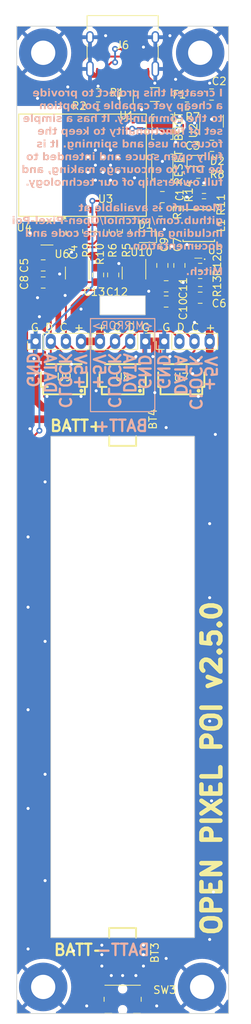
<source format=kicad_pcb>
(kicad_pcb (version 20221018) (generator pcbnew)
  (layers (0 "F.Cu" signal) (31 "B.Cu" signal) (34 "B.Paste" user) (35 "F.Paste" user) (36 "B.SilkS" user "B.Silkscreen") (37 "F.SilkS" user "F.Silkscreen") (38 "B.Mask" user) (39 "F.Mask" user) (44 "Edge.Cuts" user))
  (net 0 "")
  (net 1 "+BATT")
  (net 2 "RESET")
  (net 3 "+5V")
  (net 4 "+3.3V")
  (net 5 "Net-(D1-A)")
  (net 6 "+5VD")
  (net 7 "LED Data")
  (net 8 "Net-(J6-CC1)")
  (net 9 "Net-(J6-D+-PadA6)")
  (net 10 "Net-(J6-D--PadA7)")
  (net 12 "Net-(J6-CC2)")
  (net 14 "BOOT")
  (net 15 "POI SW")
  (net 16 "USB_D+")
  (net 17 "USB_D-")
  (net 19 "VBATT_SENSE")
  (net 29 "REG_SIGNAL")
  (net 34 "LED Clock 5V")
  (net 35 "Net-(F1-Pad1)")
  (net 36 "-BATT")
  (net 37 "Net-(D2-K)")
  (net 38 "Net-(D2-A)")
  (net 39 "Net-(U5-SW)")
  (net 40 "Net-(U2-PROG)")
  (net 41 "Net-(U5-FB)")
  (net 43 "ESP LED")
  (net 45 "LED Data 5V")
  (net 46 "LED Clock")
  (footprint "Package_TO_SOT_SMD:SOT-23-5" (layer "F.Cu") (at 54 57.25)
    (fp_text reference "U4")
    (fp_text value "XC6210B332MR")
  )
  (footprint "Connector_PinHeader_2.00mm:PinHeader_1x04_P2.00mm_Vertical" (layer "F.Cu") (at 67 71.5 -90)
    (fp_text reference "J7" hide)
    (fp_text value "Conn_01x04")
  )
  (footprint "Resistor_SMD:R_0603_1608Metric" (layer "F.Cu") (at 62.75 57 -90)
    (fp_text reference "R6")
    (fp_text value "100k")
  )
  (footprint "Resistor_SMD:R_0603_1608Metric" (layer "F.Cu") (at 72.5 40.5 180)
    (fp_text reference "R7")
    (fp_text value "2k")
  )
  (footprint "Capacitor_SMD:C_0805_2012Metric" (layer "F.Cu") (at 75.8 45.75)
    (fp_text reference "C3")
    (fp_text value "4.7n")
  )
  (footprint "Resistor_SMD:R_0603_1608Metric" (layer "F.Cu") (at 64.5 57 90)
    (fp_text reference "R5")
    (fp_text value "1k")
  )
  (footprint "Capacitor_SMD:C_0805_2012Metric" (layer "F.Cu") (at 60.75 62.75 -90)
    (fp_text reference "C13")
    (fp_text value "100n")
  )
  (footprint "easyeda2kicad:SMD_MY-ZJ-110" (layer "F.Cu") (at 64 81.75 -90)
    (fp_text reference "BT4")
    (fp_text value "MY-ZJ-110" hide)
  )
  (footprint "easyeda2kicad:SOT-563_L1.6-W1.2-P0.50-LS1.6-BR" (layer "F.Cu") (at 74 59.75)
    (fp_text reference "U5")
    (fp_text value "TPS61023DRLR")
  )
  (footprint "Capacitor_SMD:C_0805_2012Metric" (layer "F.Cu") (at 75.75 39 180)
    (fp_text reference "C2")
    (fp_text value "4.7n")
  )
  (footprint "easyeda2kicad:FPC-SMD_8P-P0.50_XUNPU_FPC-0.5HF-8PWBH10" (layer "F.Cu") (at 71.75 76.225 180)
    (fp_text reference "U7")
    (fp_text value "FPC-0.5HF-8PWBH10")
  )
  (footprint "Package_TO_SOT_SMD:SOT-23-5" (layer "F.Cu") (at 58 62.5 -90)
    (fp_text reference "U6")
    (fp_text value "SN74LV1T34DBV")
  )
  (footprint "Capacitor_SMD:C_0805_2012Metric" (layer "F.Cu") (at 69.25 52.5 180)
    (fp_text reference "C1")
    (fp_text value "100n")
  )
  (footprint "Connector_PinHeader_2.00mm:PinHeader_1x04_P2.00mm_Vertical" (layer "F.Cu") (at 69.5 71.5 90)
    (fp_text reference "J5" hide)
    (fp_text value "Conn_01x04")
  )
  (footprint "Capacitor_SMD:C_0805_2012Metric" (layer "F.Cu") (at 69.25 61.5 90)
    (fp_text reference "C9")
    (fp_text value "22u")
  )
  (footprint "footprints:ESP32-C3-MINI-1_EXP" (layer "F.Cu") (at 58.6949 48.300001 90)
    (fp_text reference "U3")
    (fp_text value "ESP32-C3-MINI-1-N4")
  )
  (footprint "Package_TO_SOT_SMD:SOT-23-5" (layer "F.Cu") (at 75.75 42.5 90)
    (fp_text reference "U2")
    (fp_text value "MCP73831-2-OT")
  )
  (footprint "Button_Switch_SMD:SW_SPST_B3U-1000P" (layer "F.Cu") (at 69.25 43.25 -90)
    (fp_text reference "SW2" hide)
    (fp_text value "SW_Push" hide)
  )
  (footprint "Capacitor_SMD:C_0805_2012Metric" (layer "F.Cu") (at 74.25 65.75)
    (fp_text reference "C6")
    (fp_text value "22u")
  )
  (footprint "Package_TO_SOT_SMD:SOT-23-5" (layer "F.Cu") (at 65.5 62.5 -90)
    (fp_text reference "U10")
    (fp_text value "SN74LV1T34DBV")
  )
  (footprint "Resistor_SMD:R_0603_1608Metric" (layer "F.Cu") (at 60.75 40.5 180)
    (fp_text reference "R2")
    (fp_text value "5k1")
  )
  (footprint "Resistor_SMD:R_0603_1608Metric" (layer "F.Cu") (at 74.75 51.5)
    (fp_text reference "R14")
    (fp_text value "10k")
  )
  (footprint "Resistor_SMD:R_0603_1608Metric" (layer "F.Cu") (at 74.25 63.75 180)
    (fp_text reference "R13")
    (fp_text value "732k")
  )
  (footprint "Capacitor_SMD:C_0805_2012Metric" (layer "F.Cu") (at 53.5 63.75 180)
    (fp_text reference "C8")
    (fp_text value "1u")
  )
  (footprint "easyeda2kicad:FPC-SMD_8P-P0.50_XUNPU_FPC-0.5HF-8PWBH10" (layer "F.Cu") (at 64 76.225 180)
    (fp_text reference "U8")
    (fp_text value "FPC-0.5HF-8PWBH10")
  )
  (footprint "easyeda2kicad:IND-SMD_L4.0-W4.0-A" (layer "F.Cu") (at 74.05 56.25 180)
    (fp_text reference "L1")
    (fp_text value "XEL4030-102MEC")
  )
  (footprint "Resistor_SMD:R_0603_1608Metric" (layer "F.Cu") (at 74.75 53.25 180)
    (fp_text reference "R11")
    (fp_text value "100k")
  )
  (footprint "Resistor_SMD:R_0603_1608Metric" (layer "F.Cu") (at 74 49.5 180)
    (fp_text reference "R8")
    (fp_text value "1k")
  )
  (footprint "MountingHole:MountingHole_3.2mm_M3_Pad" (layer "F.Cu") (at 53.5 33.5)
    (fp_text reference "H1" hide)
    (fp_text value "MountingHole" hide)
  )
  (footprint "easyeda2kicad:SMD_MY-ZJ-110" (layer "F.Cu") (at 64 152.25 90)
    (fp_text reference "BT3")
    (fp_text value "MY-ZJ-110" hide)
  )
  (footprint "Capacitor_SMD:C_0805_2012Metric" (layer "F.Cu") (at 69.75 64.25 180)
    (fp_text reference "C11")
    (fp_text value "100n")
  )
  (footprint "Fuse:Fuse_1206_3216Metric" (layer "F.Cu") (at 68.25 39)
    (fp_text reference "F1")
    (fp_text value "Polyfuse_Small (1A)" hide)
  )
  (footprint "Button_Switch_SMD:SW_SPST_B3U-1000P" (layer "F.Cu") (at 69.25 48.5 -90)
    (fp_text reference "SW1" hide)
    (fp_text value "SW_Push" hide)
  )
  (footprint "Resistor_SMD:R_0603_1608Metric" (layer "F.Cu") (at 59.25 57 -90)
    (fp_text reference "R9")
    (fp_text value "220k")
  )
  (footprint "Package_TO_SOT_SMD:SOT-666" (layer "F.Cu") (at 64.5 39.5 -90)
    (fp_text reference "U1")
    (fp_text value "USBLC6-2P6")
  )
  (footprint "Capacitor_SMD:C_0805_2012Metric" (layer "F.Cu") (at 69.75 66.25 180)
    (fp_text reference "C10")
    (fp_text value "1u")
  )
  (footprint "Resistor_SMD:R_0603_1608Metric" (layer "F.Cu") (at 60.75 38.75)
    (fp_text reference "R1")
    (fp_text value "5k1")
  )
  (footprint "MountingHole:MountingHole_3.2mm_M3_Pad" (layer "F.Cu") (at 74.5 156.5)
    (fp_text reference "H4" hide)
    (fp_text value "MountingHole" hide)
  )
  (footprint "LED_SMD:LED_0603_1608Metric" (layer "F.Cu") (at 74 47.75)
    (fp_text reference "D2")
    (fp_text value "LED")
  )
  (footprint "Capacitor_SMD:C_0805_2012Metric" (layer "F.Cu") (at 62.75 62.75 -90)
    (fp_text reference "C12")
    (fp_text value "1u")
  )
  (footprint "Connector_PinHeader_2.00mm:PinHeader_1x04_P2.00mm_Vertical" (layer "F.Cu") (at 52.5 71.5 90)
    (fp_text reference "J4" hide)
    (fp_text value "Conn_01x04")
  )
  (footprint "Capacitor_SMD:C_0805_2012Metric" (layer "F.Cu") (at 53.5 61.5 180)
    (fp_text reference "C5")
    (fp_text value "1u")
  )
  (footprint "Capacitor_SMD:C_0805_2012Metric" (layer "F.Cu") (at 57.25 57.2 90)
    (fp_text reference "C4")
    (fp_text value "1u")
  )
  (footprint "MountingHole:MountingHole_3.2mm_M3_Pad" (layer "F.Cu") (at 53.5 156.5)
    (fp_text reference "H3" hide)
    (fp_text value "MountingHole" hide)
  )
  (footprint "LED_SMD:LED_0603_1608Metric" (layer "F.Cu") (at 67 57.75 180)
    (fp_text reference "D1")
    (fp_text value "LED")
  )
  (footprint "easyeda2kicad:FPC-SMD_8P-P0.50_XUNPU_FPC-0.5HF-8PWBH10" (layer "F.Cu") (at 56.25 76.225 180)
    (fp_text reference "U9")
    (fp_text value "FPC-0.5HF-8PWBH10")
  )
  (footprint "Button_Switch_SMD:Panasonic_EVQPUL_EVQPUC" (layer "F.Cu") (at 64 158.125 180)
    (fp_text reference "SW3")
    (fp_text value "SW_Push")
  )
  (footprint "Resistor_SMD:R_0603_1608Metric" (layer "F.Cu") (at 69 54.5)
    (fp_text reference "R3")
    (fp_text value "100k")
  )
  (footprint "MountingHole:MountingHole_3.2mm_M3_Pad" (layer "F.Cu") (at 74.25 33.5)
    (fp_text reference "H2" hide)
    (fp_text value "MountingHole" hide)
  )
  (footprint "Capacitor_SMD:C_0805_2012Metric" (layer "F.Cu") (at 71.5 61.5 90)
    (fp_text reference "C7")
    (fp_text value "22u")
  )
  (footprint "Connector_USB:USB_C_Receptacle_HRO_TYPE-C-31-M-12" (layer "F.Cu") (at 64 32.5 180)
    (fp_text reference "J6")
    (fp_text value "USB_C_Receptacle_USB2.0_16P")
  )
  (footprint "Resistor_SMD:R_0603_1608Metric" (layer "F.Cu") (at 61 57 90)
    (fp_text reference "R10")
    (fp_text value "220k")
  )
  (footprint "Resistor_SMD:R_0603_1608Metric" (layer "F.Cu") (at 74.25 61.75)
    (fp_text reference "R12")
    (fp_text value "100k")
  )
  (gr_rect (start 59.75 68.5) (end 68.25 80.75) (stroke (width 0.15)) (fill none) (layer "B.SilkS"))
  (gr_rect locked (start 54.5 84) (end 73.5 150) (stroke (width 0.1)) (fill none) (layer "Edge.Cuts"))
  (gr_rect locked (start 61 65.5) (end 67 68) (stroke (width 0.1)) (fill none) (layer "Edge.Cuts"))
  (gr_rect locked (start 50 30) (end 78 160) (stroke (width 0.1)) (fill none) (layer "Edge.Cuts"))
  (gr_text "CLOCK\n" (at 55.5 80.5 270) (layer "B.SilkS") (effects (font (size 1.5 1.5) (thickness 0.3) bold) (justify left bottom mirror)))
  (gr_text "DATA" (at 70.75 78.75 270) (layer "B.SilkS") (effects (font (size 1.5 1.5) (thickness 0.3) bold) (justify left bottom mirror)))
  (gr_text "BATT+" (at 67.5 83.5) (layer "B.SilkS") (effects (font (size 1.5 1.5) (thickness 0.3) bold) (justify left bottom mirror)))
  (gr_text "CLOCK\n" (at 62 80.5 270) (layer "B.SilkS") (effects (font (size 1.5 1.5) (thickness 0.3) bold) (justify left bottom mirror)))
  (gr_text "GND" (at 51.25 77.75 -90) (layer "B.SilkS") (effects (font (size 1.5 1.5) (thickness 0.3) bold) (justify left bottom mirror)))
  (gr_text "+5V" (at 60 78 -90) (layer "B.SilkS") (effects (font (size 1.5 1.5) (thickness 0.3) bold) (justify left bottom mirror)))
  (gr_text "DATA" (at 64 78.5 270) (layer "B.SilkS") (effects (font (size 1.5 1.5) (thickness 0.3) bold) (justify left bottom mirror)))
  (gr_text "<MIRROR>" (at 68.15 70) (layer "B.SilkS") (effects (font (size 1 1)) (justify left bottom mirror)))
  (gr_text "I created this project to provide\na cheap yet capable poi option\nto the community. It has a simple\nset of functionality to keep the\nfocus on use and spinning. It is\nfully open souce and intended to\nbe DIY, to encourage making, and\nfull ownership of our technology.\n\nMore Info is available at\ngithub.com/mitchlol/Open-Pixel-Poi\nincluding all the source code and\ndocumentation.\n\nMitch." (at 77.25 38.25) (layer "B.SilkS") (effects (font (size 1 1)) (justify left top mirror)))
  (gr_text "DATA" (at 53.5 78.5 270) (layer "B.SilkS") (effects (font (size 1.5 1.5) (thickness 0.3) bold) (justify left bottom mirror)))
  (gr_text "GND" (at 66 78 -90) (layer "B.SilkS") (effects (font (size 1.5 1.5) (thickness 0.3) bold) (justify left bottom mirror)))
  (gr_text "+5V" (at 57.5 78 -90) (layer "B.SilkS") (effects (font (size 1.5 1.5) (thickness 0.3) bold) (justify left bottom mirror)))
  (gr_text "GND" (at 68.5 78 -90) (layer "B.SilkS") (effects (font (size 1.5 1.5) (thickness 0.3) bold) (justify left bottom mirror)))
  (gr_text "CLOCK\n" (at 72.75 80.75 270) (layer "B.SilkS") (effects (font (size 1.5 1.5) (thickness 0.3) bold) (justify left bottom mirror)))
  (gr_text "BATT-" (at 67.75 152.5) (layer "B.SilkS") (effects (font (size 1.5 1.5) (thickness 0.3) bold) (justify left bottom mirror)))
  (gr_text "+5V" (at 74.75 78.25 -90) (layer "B.SilkS") (effects (font (size 1.5 1.5) (thickness 0.3) bold) (justify left bottom mirror)))
  (gr_text "RESET" (at 72 51 90) (layer "F.SilkS") (effects (font (size 1 1)) (justify left bottom)))
  (gr_text "BATT-" (at 54.75 152.5) (layer "F.SilkS") (effects (font (size 1.5 1.5) (thickness 0.3) bold) (justify left bottom)))
  (gr_text "BATT+" (at 54.25 83.5) (layer "F.SilkS") (effects (font (size 1.5 1.5) (thickness 0.3) bold) (justify left bottom)))
  (gr_text "OPEN PIXEL POI v2.5.0" (at 77.25 150 90) (layer "F.SilkS") (effects (font (size 2.5 2.5) (thickness 0.6) bold) (justify left bottom)))
  (gr_text "G D C +  + C D G  G D C +" (at 51.75 70.25) (layer "F.SilkS") (effects (font (size 1 1.08)) (justify left bottom)))
  (gr_text "BOOT" (at 72 45.25 90) (layer "F.SilkS") (effects (font (size 1 1)) (justify left bottom)))
  (segment (start 76.75 81.75) (end 77 81.5) (width 1) (layer "F.Cu") (net 1))
  (segment (start 75.2 65.75) (end 76.5 65.75) (width 0.5) (layer "F.Cu") (net 1))
  (segment (start 51 56.974695) (end 51 58.4) (width 0.25) (layer "F.Cu") (net 1))
  (segment (start 75.25 58.75) (end 75.1 58.9) (width 1) (layer "F.Cu") (net 1))
  (segment (start 76.75 43.6875) (end 76.7 43.6375) (width 0.25) (layer "F.Cu") (net 1))
  (segment (start 76.75 45.75) (end 76.75 53) (width 1) (layer "F.Cu") (net 1))
  (segment (start 64 81.75) (end 51.25 81.75) (width 1) (layer "F.Cu") (net 1))
  (segment (start 53.524999 58.2) (end 54.474999 57.25) (width 0.25) (layer "F.Cu") (net 1))
  (segment (start 52.55 61.5) (end 51 61.5) (width 0.25) (layer "F.Cu") (net 1))
  (segment (start 77 81.5) (end 77 65.75) (width 1) (layer "F.Cu") (net 1))
  (segment (start 75.575 53.25) (end 76.5 53.25) (width 0.5) (layer "F.Cu") (net 1))
  (segment (start 52.8625 58.4) (end 51 58.4) (width 1) (layer "F.Cu") (net 1))
  (segment (start 51.674695 56.3) (end 51 56.974695) (width 0.25) (layer "F.Cu") (net 1))
  (segment (start 51 63.75) (end 51 81.5) (width 1) (layer "F.Cu") (net 1))
  (segment (start 53.524999 56.3) (end 52.8625 56.3) (width 0.25) (layer "F.Cu") (net 1))
  (segment (start 51.25 81.75) (end 51 81.5) (width 0.25) (layer "F.Cu") (net 1))
  (segment (start 59.25 57.825) (end 58.4701 57.825) (width 0.25) (layer "F.Cu") (net 1))
  (segment (start 76.75 53) (end 76.75 65.5) (width 1) (layer "F.Cu") (net 1))
  (segment (start 58.4701 57.825) (end 57.8951 57.25) (width 0.25) (layer "F.Cu") (net 1))
  (segment (start 77 65.75) (end 76.75 65.5) (width 1) (layer "F.Cu") (net 1))
  (segment (start 76.75 45.75) (end 76.75 43.6875) (width 0.6) (layer "F.Cu") (net 1))
  (segment (start 52.8625 58.2) (end 53.524999 58.2) (width 0.25) (layer "F.Cu") (net 1))
  (segment (start 76.5 65.75) (end 76.75 65.5) (width 0.5) (layer "F.Cu") (net 1))
  (segment (start 51 58.4) (end 51 61.5) (width 1) (layer "F.Cu") (net 1))
  (segment (start 51 61.5) (end 51 63.75) (width 1) (layer "F.Cu") (net 1))
  (segment (start 64 81.75) (end 76.75 81.75) (width 1) (layer "F.Cu") (net 1))
  (segment (start 75.25 56.25) (end 75.25 58.75) (width 1) (layer "F.Cu") (net 1))
  (segment (start 75.25 56.25) (end 76.5 56.25) (width 1) (layer "F.Cu") (net 1))
  (segment (start 57.8951 57.25) (end 54.474999 57.25) (width 0.25) (layer "F.Cu") (net 1))
  (segment (start 52.55 63.75) (end 51 63.75) (width 0.25) (layer "F.Cu") (net 1))
  (segment (start 52.8625 56.3) (end 51.674695 56.3) (width 0.25) (layer "F.Cu") (net 1))
  (segment (start 54.474999 57.25) (end 53.524999 56.3) (width 0.25) (layer "F.Cu") (net 1))
  (segment (start 76.5 53.25) (end 76.75 53) (width 0.5) (layer "F.Cu") (net 1))
  (segment (start 68.175 52.625) (end 68.3 52.5) (width 0.25) (layer "F.Cu") (net 2))
  (segment (start 68.3 51.15) (end 69.25 50.2) (width 0.25) (layer "F.Cu") (net 2))
  (segment (start 67.425 55.25) (end 63 55.25) (width 0.25) (layer "F.Cu") (net 2))
  (segment (start 68.175 54.5) (end 67.425 55.25) (width 0.25) (layer "F.Cu") (net 2))
  (segment (start 68.3 52.5) (end 68.3 51.15) (width 0.25) (layer "F.Cu") (net 2))
  (segment (start 68.175 54.5) (end 68.175 52.625) (width 0.25) (layer "F.Cu") (net 2))
  (segment (start 63 55.25) (end 62.999999 54.199999) (width 0.25) (layer "F.Cu") (net 2))
  (segment (start 55 78.311396) (end 55 77.475) (width 0.25) (layer "F.Cu") (net 3))
  (segment (start 63.088604 78.65) (end 64.911396 78.65) (width 0.25) (layer "F.Cu") (net 3))
  (segment (start 62.75 63.7) (end 60.75 63.7) (width 0.25) (layer "F.Cu") (net 3))
  (segment (start 65.4625 62.65) (end 63.8 62.65) (width 0.25) (layer "F.Cu") (net 3))
  (segment (start 55 77.475) (end 55 76.775) (width 0.25) (layer "F.Cu") (net 3))
  (segment (start 57.5 76.775) (end 57.5 77.475) (width 0.25) (layer "F.Cu") (net 3))
  (segment (start 68.8 64.25) (end 68.8 66.25) (width 1) (layer "F.Cu") (net 3))
  (segment (start 60.75 63.7) (end 59.0125 63.7) (width 0.25) (layer "F.Cu") (net 3))
  (segment (start 63.8 62.65) (end 62.75 63.7) (width 0.25) (layer "F.Cu") (net 3))
  (segment (start 74.5 80.25) (end 67.8 80.25) (width 1) (layer "F.Cu") (net 3))
  (segment (start 54.6 76.375) (end 54.5 76.375) (width 0.25) (layer "F.Cu") (net 3))
  (segment (start 66.7625 63.325) (end 67.825 63.325) (width 0.25) (layer "F.Cu") (net 3))
  (segment (start 61 71.5) (end 61 69.5) (width 1) (layer "F.Cu") (net 3))
  (segment (start 57.5 77.475) (end 57.5 78.311396) (width 0.25) (layer "F.Cu") (net 3))
  (segment (start 65.25 76.775) (end 65.275 76.75) (width 0.25) (layer "F.Cu") (net 3))
  (segment (start 57.55 76.725) (end 57.5 76.775) (width 0.25) (layer "F.Cu") (net 3))
  (segment (start 75.5 71.5) (end 75.5 79.25) (width 1) (layer "F.Cu") (net 3))
  (segment (start 74.15 62.55) (end 74.15 61.15) (width 0.25) (layer "F.Cu") (net 3))
  (segment (start 70.5 76.775) (end 70.5 77.475) (width 0.25) (layer "F.Cu") (net 3))
  (segment (start 68.8 67.45) (end 68.8 66.25) (width 1) (layer "F.Cu") (net 3))
  (segment (start 73 78.311396) (end 73 77.475) (width 0.25) (layer "F.Cu") (net 3))
  (segment (start 57.161396 78.65) (end 55.338604 78.65) (width 0.25) (layer "F.Cu") (net 3))
  (segment (start 69.25 60.55) (end 68.525 60.55) (width 1) (layer "F.Cu") (net 3))
  (segment (start 59.0125 63.7) (end 58.95 63.6375) (width 0.25) (layer "F.Cu") (net 3))
  (segment (start 61 71.5) (end 58.5 71.5) (width 1) (layer "F.Cu") (net 3))
  (segment (start 64.911396 78.65) (end 65.25 78.311396) (width 0.25) (layer "F.Cu") (net 3))
  (segment (start 68.8 66.25) (end 68.8 66.975) (width 1) (layer "F.Cu") (net 3))
  (segment (start 61 69.5) (end 61.75 68.75) (width 1) (layer "F.Cu") (net 3))
  (segment (start 52.5 79.25) (end 52.5 76.75) (width 1) (layer "F.Cu") (net 3))
  (segment (start 52.875 76.375) (end 54.5 76.375) (width 1) (layer "F.Cu") (net 3))
  (segment (start 61.75 68.75) (end 67.5 68.75) (width 1) (layer "F.Cu") (net 3))
  (segment (start 74.925 67.675) (end 75.5 68.25) (width 1) (layer "F.Cu") (net 3))
  (segment (start 62.75 77.475) (end 62.75 76.775) (width 0.25) (layer "F.Cu") (net 3))
  (segment (start 62.75 76.775) (end 62.7 76.725) (width 0.25) (layer "F.Cu") (net 3))
  (segment (start 70.838604 78.65) (end 72.661396 78.65) (width 0.25) (layer "F.Cu") (net 3))
  (segment (start 60.25 80.25) (end 53.5 80.25) (width 1) (layer "F.Cu") (net 3))
  (segment (start 68.8 66.975) (end 69.5 67.675) (width 1) (layer "F.Cu") (net 3))
  (segment (start 70.5 78.311396) (end 70.838604 78.65) (width 0.25) (layer "F.Cu") (net 3))
  (segment (start 61.45 79.05) (end 60.25 80.25) (width 1) (layer "F.Cu") (net 3))
  (segment (start 66.45 63.6375) (end 66.7625 63.325) (width 0.25) (layer "F.Cu") (net 3))
  (segment (start 70.475 76.75) (end 70.5 76.775) (width 0.25) (layer "F.Cu") (net 3))
  (segment (start 67.825 61.25) (end 67.825 63.325) (width 1) (layer "F.Cu") (net 3))
  (segment (start 55 76.775) (end 54.6 76.375) (width 0.25) (layer "F.Cu") (net 3))
  (segment (start 67.5 68.75) (end 68.8 67.45) (width 1) (layer "F.Cu") (net 3))
  (segment (start 70.5 77.475) (end 70.5 78.311396) (width 0.25) (layer "F.Cu") (net 3))
  (segment (start 52.5 76.75) (end 52.875 76.375) (width 1) (layer "F.Cu") (net 3))
  (segment (start 71.7 60.35) (end 73.25 60.35) (width 0.5) (layer "F.Cu") (net 3))
  (segment (start 72.661396 78.65) (end 73 78.311396) (width 0.25) (layer "F.Cu") (net 3))
  (segment (start 62.75 77.475) (end 62.75 78.311396) (width 0.25) (layer "F.Cu") (net 3))
  (segment (start 62.7 76.725) (end 57.55 76.725) (width 0.25) (layer "F.Cu") (net 3))
  (segment (start 66.6 79.05) (end 61.45 79.05) (width 1) (layer "F.Cu") (net 3))
  (segment (start 57.5 78.311396) (end 57.161396 78.65) (width 0.25) (layer "F.Cu") (net 3))
  (segment (start 74.15 61.15) (end 73.25 60.25) (width 0.25) (layer "F.Cu") (net 3))
  (segment (start 68.525 60.55) (end 67.825 61.25) (width 1) (layer "F.Cu") (net 3))
  (segment (start 66.45 63.6375) (end 65.4625 62.65) (width 0.25) (layer "F.Cu") (net 3))
  (segment (start 69.5 67.675) (end 74.925 67.675) (width 1) (layer "F.Cu") (net 3))
  (segment (start 68.8 64.25) (end 68.75 64.25) (width 1) (layer "F.Cu") (net 3))
  (segment (start 73.425 63.275) (end 74.15 62.55) (width 0.25) (layer "F.Cu") (net 3))
  (segment (start 62.75 78.311396) (end 63.088604 78.65) (width 0.25) (layer "F.Cu") (net 3))
  (segment (start 65.25 78.311396) (end 65.25 77.475) (width 0.25) (layer "F.Cu") (net 3))
  (segment (start 75.5 79.25) (end 74.5 80.25) (width 1) (layer "F.Cu") (net 3))
  (segment (start 67.8 80.25) (end 66.6 79.05) (width 1) (layer "F.Cu") (net 3))
  (segment (start 53.5 80.25) (end 52.5 79.25) (width 1) (layer "F.Cu") (net 3))
  (segment (start 75.5 68.25) (end 75.5 71.5) (width 1) (layer "F.Cu") (net 3))
  (segment (start 68.75 64.25) (end 67.825 63.325) (width 1) (layer "F.Cu") (net 3))
  (segment (start 65.275 76.75) (end 70.475 76.75) (width 0.25) (layer "F.Cu") (net 3))
  (segment (start 69.25 60.55) (end 71.5 60.55) (width 1) (layer "F.Cu") (net 3))
  (segment (start 55.338604 78.65) (end 55 78.311396) (width 0.25) (layer "F.Cu") (net 3))
  (segment (start 65.25 77.475) (end 65.25 76.775) (width 0.25) (layer "F.Cu") (net 3))
  (segment (start 71.5 60.55) (end 71.7 60.35) (width 0.5) (layer "F.Cu") (net 3))
  (segment (start 55.1375 56.3) (end 57.2 56.3) (width 0.25) (layer "F.Cu") (net 4))
  (segment (start 59.7 51.8) (end 59 52.5) (width 0.25) (layer "F.Cu") (net 4))
  (segment (start 57.25 56.25) (end 57.951996 56.25) (width 0.25) (layer "F.Cu") (net 4))
  (segment (start 67.9 56.9) (end 63.675 56.9) (width 0.25) (layer "F.Cu") (net 4))
  (segment (start 57.2 56.3) (end 57.25 56.25) (width 0.25) (layer "F.Cu") (net 4))
  (segment (start 58.85 57.1) (end 62.025 57.1) (width 0.25) (layer "F.Cu") (net 4))
  (segment (start 59 52.5) (end 59 54.199999) (width 0.25) (layer "F.Cu") (net 4))
  (segment (start 62.025 57.1) (end 62.75 57.825) (width 0.25) (layer "F.Cu") (net 4))
  (segment (start 69.825 54.975) (end 67.9 56.9) (width 0.25) (layer "F.Cu") (net 4))
  (segment (start 57.951996 56.25) (end 58.25 55.951996) (width 0.25) (layer "F.Cu") (net 4))
  (segment (start 58.25 56.5) (end 58.85 57.1) (width 0.25) (layer "F.Cu") (net 4))
  (segment (start 69.825 54.5) (end 69.825 54.975) (width 0.25) (layer "F.Cu") (net 4))
  (segment (start 63.675 56.9) (end 62.75 57.825) (width 0.25) (layer "F.Cu") (net 4))
  (segment (start 59 55.201996) (end 58.25 55.951996) (width 0.25) (layer "F.Cu") (net 4))
  (segment (start 66.3 45.100002) (end 65.6436 45.100002) (width 0.25) (layer "F.Cu") (net 4))
  (segment (start 65.6436 45.100002) (end 64.8 45.943602) (width 0.25) (layer "F.Cu") (net 4))
  (segment (start 58.25 55.951996) (end 58.25 56.5) (width 0.25) (layer "F.Cu") (net 4))
  (segment (start 64.8 51.8) (end 59.7 51.8) (width 0.25) (layer "F.Cu") (net 4))
  (segment (start 59 54.199999) (end 59 55.201996) (width 0.25) (layer "F.Cu") (net 4))
  (segment (start 64.8 45.943602) (end 64.8 51.8) (width 0.25) (layer "F.Cu") (net 4))
  (segment (start 66.1375 57.825) (end 66.2125 57.75) (width 0.25) (layer "F.Cu") (net 5))
  (segment (start 64.5 57.825) (end 66.1375 57.825) (width 0.25) (layer "F.Cu") (net 5))
  (segment (start 69.65 39.6) (end 69 40.25) (width 0.25) (layer "F.Cu") (net 6))
  (segment (start 74.8 39.4625) (end 74.8 39) (width 0.25) (layer "F.Cu") (net 6))
  (segment (start 69.65 39) (end 69.65 39.6) (width 0.25) (layer "F.Cu") (net 6))
  (segment (start 76.7 41.3625) (end 74.8 39.4625) (width 1) (layer "F.Cu") (net 6))
  (segment (start 74.8 39) (end 72.5 39) (width 1) (layer "F.Cu") (net 6))
  (segment (start 65.5 39.75) (end 64.55 39.75) (width 0.25) (layer "F.Cu") (net 6))
  (segment (start 73.175 49.5) (end 72.45 48.775) (width 0.25) (layer "F.Cu") (net 6))
  (segment (start 69 40.25) (end 66 40.25) (width 0.25) (layer "F.Cu") (net 6))
  (segment (start 66 40.25) (end 65.5 39.75) (width 0.25) (layer "F.Cu") (net 6))
  (segment (start 64.55 39.75) (end 64.5 39.8) (width 0.25) (layer "F.Cu") (net 6))
  (segment (start 72.45 48.775) (end 72.45 39.05) (width 0.25) (layer "F.Cu") (net 6))
  (segment (start 64.5 39.8) (end 64.5 40.425) (width 0.25) (layer "F.Cu") (net 6))
  (segment (start 72.5 39) (end 69.65 39) (width 1) (layer "F.Cu") (net 6))
  (segment (start 72.45 39.05) (end 72.5 39) (width 0.25) (layer "F.Cu") (net 6))
  (segment (start 66.9564 46.700002) (end 67.1 46.843602) (width 0.25) (layer "F.Cu") (net 7))
  (segment (start 71.149938 56.125367) (end 68.175367 59.099938) (width 0.25) (layer "F.Cu") (net 7))
  (segment (start 70.875 49.238604) (end 70.875 51.125) (width 0.25) (layer "F.Cu") (net 7))
  (segment (start 70.875 51.125) (end 71.149938 51.399938) (width 0.25) (layer "F.Cu") (net 7))
  (segment (start 66.399998 46.8) (end 66.3 46.700002) (width 0.25) (layer "F.Cu") (net 7))
  (segment (start 58 60.349938) (end 58 61.3625) (width 0.25) (layer "F.Cu") (net 7))
  (segment (start 68.175367 59.099938) (end 59.25 59.099938) (width 0.25) (layer "F.Cu") (net 7))
  (segment (start 66.3 46.700002) (end 66.9564 46.700002) (width 0.25) (layer "F.Cu") (net 7))
  (segment (start 71.149938 51.399938) (end 71.149938 56.125367) (width 0.25) (layer "F.Cu") (net 7))
  (segment (start 67.1 46.843602) (end 67.1 47.9) (width 0.25) (layer "F.Cu") (net 7))
  (segment (start 67.1 47.9) (end 68.175 48.975) (width 0.25) (layer "F.Cu") (net 7))
  (segment (start 68.175 48.975) (end 70.611396 48.975) (width 0.25) (layer "F.Cu") (net 7))
  (segment (start 59.25 59.099938) (end 58 60.349938) (width 0.25) (layer "F.Cu") (net 7))
  (segment (start 70.611396 48.975) (end 70.875 49.238604) (width 0.25) (layer "F.Cu") (net 7))
  (segment (start 65.25 35.363604) (end 65.25 36.545) (width 0.25) (layer "F.Cu") (net 8))
  (segment (start 59.925 38.75) (end 59.925 38.675) (width 0.25) (layer "F.Cu") (net 8))
  (segment (start 58.5 34.75) (end 59.25 34) (width 0.25) (layer "F.Cu") (net 8))
  (segment (start 59.925 38.675) (end 58.5 37.25) (width 0.25) (layer "F.Cu") (net 8))
  (segment (start 63.886396 34) (end 65.25 35.363604) (width 0.25) (layer "F.Cu") (net 8))
  (segment (start 59.25 34) (end 63.886396 34) (width 0.25) (layer "F.Cu") (net 8))
  (segment (start 58.5 37.25) (end 58.5 34.75) (width 0.25) (layer "F.Cu") (net 8))
  (segment (start 64.25 36.545) (end 64.25 37.57) (width 0.25) (layer "F.Cu") (net 9))
  (segment (start 63.75 37.595) (end 63.275 37.595) (width 0.25) (layer "F.Cu") (net 9))
  (segment (start 64.25 37.57) (end 64.225 37.595) (width 0.25) (layer "F.Cu") (net 9))
  (segment (start 63.275 37.595) (end 63.25 37.57) (width 0.25) (layer "F.Cu") (net 9))
  (segment (start 63.9625 37.8075) (end 63.75 37.595) (width 0.25) (layer "F.Cu") (net 9))
  (segment (start 64.225 37.595) (end 63.75 37.595) (width 0.25) (layer "F.Cu") (net 9))
  (segment (start 63.25 37.57) (end 63.25 36.545) (width 0.25) (layer "F.Cu") (net 9))
  (segment (start 63.9625 38.65) (end 63.9625 37.8075) (width 0.25) (layer "F.Cu") (net 9))
  (segment (start 64.75 35.5) (end 64.75 36.545) (width 0.25) (layer "F.Cu") (net 10))
  (segment (start 65.0375 37.8575) (end 64.75 37.57) (width 0.25) (layer "F.Cu") (net 10))
  (segment (start 64.745 35.495) (end 64.75 35.5) (width 0.25) (layer "F.Cu") (net 10))
  (segment (start 63.75 35.52) (end 63.775 35.495) (width 0.25) (layer "F.Cu") (net 10))
  (segment (start 64.75 37.57) (end 64.75 36.545) (width 0.25) (layer "F.Cu") (net 10))
  (segment (start 65.0375 38.65) (end 65.0375 37.8575) (width 0.25) (layer "F.Cu") (net 10))
  (segment (start 63.775 35.495) (end 64.745 35.495) (width 0.25) (layer "F.Cu") (net 10))
  (segment (start 63.75 36.545) (end 63.75 35.52) (width 0.25) (layer "F.Cu") (net 10))
  (segment (start 62.75 40) (end 62.25 40.5) (width 0.25) (layer "F.Cu") (net 12))
  (segment (start 62.25 36.545) (end 62.25 37.5) (width 0.25) (layer "F.Cu") (net 12))
  (segment (start 62.25 37.5) (end 62.75 38) (width 0.25) (layer "F.Cu") (net 12))
  (segment (start 62.25 40.5) (end 61.575 40.5) (width 0.25) (layer "F.Cu") (net 12))
  (segment (start 62.75 38) (end 62.75 40) (width 0.25) (layer "F.Cu") (net 12))
  (segment (start 68.600001 44.300001) (end 66.3 44.300001) (width 0.25) (layer "F.Cu") (net 14))
  (segment (start 69.25 44.95) (end 68.600001 44.300001) (width 0.25) (layer "F.Cu") (net 14))
  (segment (start 52.25 149) (end 52.25 84) (width 0.25) (layer "F.Cu") (net 15))
  (segment (start 61.6 157.5) (end 61.375 157.275) (width 0.25) (layer "F.Cu") (net 15))
  (segment (start 59.25 156) (end 52.25 149) (width 0.25) (layer "F.Cu") (net 15))
  (segment (start 65.075 155.725) (end 59.525 155.725) (width 0.25) (layer "F.Cu") (net 15))
  (segment (start 66.625 157.275) (end 66.4 157.5) (width 0.25) (layer "F.Cu") (net 15))
  (segment (start 66.625 157.275) (end 65.075 155.725) (width 0.25) (layer "F.Cu") (net 15))
  (segment (start 61.375 157.275) (end 60.525 157.275) (width 0.25) (layer "F.Cu") (net 15))
  (segment (start 62.75 56.175) (end 61.4 54.825) (width 0.25) (layer "F.Cu") (net 15))
  (segment (start 61.4 54.199999) (end 61.4 53.543599) (width 0.25) (layer "F.Cu") (net 15))
  (segment (start 52.25 84) (end 53 83.25) (width 0.25) (layer "F.Cu") (net 15))
  (segment (start 61.4 54.825) (end 61.4 54.199999) (width 0.25) (layer "F.Cu") (net 15))
  (segment (start 61.4 53.543599) (end 60.856401 53) (width 0.25) (layer "F.Cu") (net 15))
  (segment (start 60.856401 53) (end 60 53) (width 0.25) (layer "F.Cu") (net 15))
  (segment (start 60.525 157.275) (end 59.25 156) (width 0.25) (layer "F.Cu") (net 15))
  (segment (start 59.525 155.725) (end 59.25 156) (width 0.25) (layer "F.Cu") (net 15))
  (via (at 53 83.25) (size 0.8) (drill 0.4) (layers "F.Cu" "B.Cu") (net 15))
  (via (at 60 53) (size 0.8) (drill 0.4) (layers "F.Cu" "B.Cu") (net 15))
  (segment (start 60 53) (end 60 64.25) (width 0.25) (layer "B.Cu") (net 15))
  (segment (start 53.5 73.25) (end 53 73.75) (width 0.25) (layer "B.Cu") (net 15))
  (segment (start 53 79.5) (end 53 83.25) (width 0.25) (layer "B.Cu") (net 15))
  (segment (start 53 73.75) (end 53 79.5) (width 0.25) (layer "B.Cu") (net 15))
  (segment (start 60 64.25) (end 53.5 70.75) (width 0.25) (layer "B.Cu") (net 15))
  (segment (start 53.5 70.75) (end 53.5 73.25) (width 0.25) (layer "B.Cu") (net 15))
  (segment (start 63.9625 42.237503) (end 63.8 42.400003) (width 0.2) (layer "F.Cu") (net 16))
  (segment (start 63.9625 40.35) (end 63.9625 42.237503) (width 0.2) (layer "F.Cu") (net 16))
  (segment (start 65.0375 41.693603) (end 64.599999 42.131104) (width 0.2) (layer "F.Cu") (net 17))
  (segment (start 64.599999 42.131104) (end 64.599999 42.400003) (width 0.2) (layer "F.Cu") (net 17))
  (segment (start 65.0375 40.35) (end 65.0375 41.693603) (width 0.2) (layer "F.Cu") (net 17))
  (segment (start 59.25 56.175) (end 61 56.175) (width 0.25) (layer "F.Cu") (net 19))
  (segment (start 61 56.175) (end 60.599999 55.774999) (width 0.25) (layer "F.Cu") (net 19))
  (segment (start 60.599999 55.774999) (end 60.599999 54.199999) (width 0.25) (layer "F.Cu") (net 19))
  (segment (start 72 43) (end 72 49.575) (width 0.25) (layer "F.Cu") (net 29))
  (segment (start 73.925 51.5) (end 73.925 53.25) (width 0.25) (layer "F.Cu") (net 29))
  (segment (start 74.15 59.75) (end 74.75 59.75) (width 0.25) (layer "F.Cu") (net 29))
  (segment (start 61.4 42.728199) (end 62.171801 43.5) (width 0.25) (layer "F.Cu") (net 29))
  (segment (start 61.4 42.400003) (end 61.4 42.728199) (width 0.25) (layer "F.Cu") (net 29))
  (segment (start 71.5 43) (end 72 43) (width 0.25) (layer "F.Cu") (net 29))
  (segment (start 74 53.75) (end 74 59.6) (width 0.25) (layer "F.Cu") (net 29))
  (segment (start 74 59.6) (end 74.15 59.75) (width 0.25) (layer "F.Cu") (net 29))
  (segment (start 62.171801 43.5) (end 65.25 43.5) (width 0.25) (layer "F.Cu") (net 29))
  (segment (start 72 49.575) (end 73.925 51.5) (width 0.25) (layer "F.Cu") (net 29))
  (via (at 65.25 43.5) (size 0.8) (drill 0.4) (layers "F.Cu" "B.Cu") (net 29))
  (via (at 71.5 43) (size 0.8) (drill 0.4) (layers "F.Cu" "B.Cu") (net 29))
  (segment (start 71.5 43) (end 71 43.5) (width 0.25) (layer "B.Cu") (net 29))
  (segment (start 65 43.5) (end 65.25 43.5) (width 0) (layer "B.Cu") (net 29))
  (segment (start 71 43.5) (end 65.25 43.5) (width 0.25) (layer "B.Cu") (net 29))
  (segment (start 72 74.25) (end 73.5 72.75) (width 0.25) (layer "F.Cu") (net 34))
  (segment (start 61.675 72.825) (end 63 71.5) (width 0.25) (layer "F.Cu") (net 34))
  (segment (start 56.5 66.5) (end 58.25 64.75) (width 0.25) (layer "F.Cu") (net 34))
  (segment (start 64.25 77.475) (end 64.25 76.502208) (width 0.25) (layer "F.Cu") (net 34))
  (segment (start 71.5 76.475) (end 71.5 77.475) (width 0.25) (layer "F.Cu") (net 34))
  (segment (start 70.875 75.85) (end 71.5 76.475) (width 0.25) (layer "F.Cu") (net 34))
  (segment (start 71.5 77.475) (end 72 77.475) (width 0.25) (layer "F.Cu") (net 34))
  (segment (start 73.5 72.75) (end 73.5 71.5) (width 0.25) (layer "F.Cu") (net 34))
  (segment (start 56.5 77.475) (end 56 77.475) (width 0.25) (layer "F.Cu") (net 34))
  (segment (start 56.5 71.5) (end 56.5 66.5) (width 0.25) (layer "F.Cu") (net 34))
  (segment (start 63.072792 75.825) (end 57.177208 75.825) (width 0.25) (layer "F.Cu") (net 34))
  (segment (start 63.75 77.475) (end 64.25 77.475) (width 0.25) (layer "F.Cu") (net 34))
  (segment (start 57.825 72.825) (end 61.675 72.825) (width 0.25) (layer "F.Cu") (net 34))
  (segment (start 71.575 69.575) (end 73.5 71.5) (width 0.25) (layer "F.Cu") (net 34))
  (segment (start 56.5 71.5) (end 57.825 72.825) (width 0.25) (layer "F.Cu") (net 34))
  (segment (start 63 71.5) (end 64.925 69.575) (width 0.25) (layer "F.Cu") (net 34))
  (segment (start 58.25 64.75) (end 63.4375 64.75) (width 0.25) (layer "F.Cu") (net 34))
  (segment (start 63.75 76.502208) (end 63.072792 75.825) (width 0.25) (layer "F.Cu") (net 34))
  (segment (start 72 77.475) (end 72 74.25) (width 0.25) (layer "F.Cu") (net 34))
  (segment (start 63.75 77.475) (end 63.75 76.502208) (width 0.25) (layer "F.Cu") (net 34))
  (segment (start 64.925 69.575) (end 71.575 69.575) (width 0.25) (layer "F.Cu") (net 34))
  (segment (start 64.25 76.502208) (end 64.902208 75.85) (width 0.25) (layer "F.Cu") (net 34))
  (segment (start 63.4375 64.75) (end 64.55 63.6375) (width 0.25) (layer "F.Cu") (net 34))
  (segment (start 64.902208 75.85) (end 70.875 75.85) (width 0.25) (layer "F.Cu") (net 34))
  (segment (start 57.177208 75.825) (end 56.5 76.502208) (width 0.25) (layer "F.Cu") (net 34))
  (segment (start 56.5 76.502208) (end 56.5 77.475) (width 0.25) (layer "F.Cu") (net 34))
  (segment (start 62.52 34.75) (end 63 34.75) (width 0.25) (layer "F.Cu") (net 35))
  (segment (start 66.45 36.545) (end 66.45 38.6) (width 0.6) (layer "F.Cu") (net 35))
  (segment (start 66.45 35.7) (end 66.45 36.545) (width 0.25) (layer "F.Cu") (net 35))
  (segment (start 63 33) (end 63.75 33) (width 0.25) (layer "F.Cu") (net 35))
  (segment (start 66.45 38.6) (end 66.85 39) (width 0.6) (layer "F.Cu") (net 35))
  (segment (start 61.55 35.72) (end 62.52 34.75) (width 0.25) (layer "F.Cu") (net 35))
  (segment (start 63.75 33) (end 66.45 35.7) (width 0.25) (layer "F.Cu") (net 35))
  (segment (start 61.55 36.545) (end 61.55 35.72) (width 0.25) (layer "F.Cu") (net 35))
  (via (at 63 33) (size 0.8) (drill 0.4) (layers "F.Cu" "B.Cu") (net 35))
  (via (at 63 34.75) (size 0.8) (drill 0.4) (layers "F.Cu" "B.Cu") (net 35))
  (segment (start 63 34.75) (end 63 33) (width 0.25) (layer "B.Cu") (net 35))
  (segment (start 70 78.447792) (end 70.652208 79.1) (width 0.25) (layer "F.Cu") (net 36))
  (segment (start 60.756854 37.89738) (end 60.756854 37.931854) (width 0.25) (layer "F.Cu") (net 36))
  (segment (start 66.3 47.5) (end 66.3 48.300001) (width 0.25) (layer "F.Cu") (net 36))
  (segment (start 54.776104 78.723896) (end 54.5 78.447792) (width 0.25) (layer "F.Cu") (net 36))
  (segment (start 66.25 78.225) (end 68.225 78.225) (width 0.25) (layer "F.Cu") (net 36))
  (segment (start 66.3 53.100002) (end 66.3 54.200001) (width 0.25) (layer "F.Cu") (net 36))
  (segment (start 73.5 77.475) (end 73.5 76) (width 0.25) (layer "F.Cu") (net 36))
  (segment (start 61.25 153.75) (end 62.5 153.75) (width 0.25) (layer "F.Cu") (net 36))
  (segment (start 60.4 46.325001) (end 61.4 46.325001) (width 0.25) (layer "F.Cu") (net 36))
  (segment (start 52.5 68.75) (end 53 68.25) (width 0.25) (layer "F.Cu") (net 36))
  (segment (start 58 78.75) (end 57.848896 78.598896) (width 0.25) (layer "F.Cu") (net 36))
  (segment (start 56.45 42.350001) (end 56.45 43.45) (width 0.25) (layer "F.Cu") (net 36))
  (segment (start 57.4 52.3) (end 57.475 52.225) (width 0.25) (layer "F.Cu") (net 36))
  (segment (start 56.5 52.300001) (end 56.5 51.5) (width 0.25) (layer "F.Cu") (net 36))
  (segment (start 65.75 77.475) (end 65.75 77.725) (width 0.25) (layer "F.Cu") (net 36))
  (segment (start 65.350002 51.793598) (end 65.6436 51.5) (width 0.25) (layer "F.Cu") (net 36))
  (segment (start 70.3 40.5) (end 69.25 41.55) (width 0.25) (layer "F.Cu") (net 36))
  (segment (start 69.5 71.5) (end 68.25 71.5) (width 1) (layer "F.Cu") (net 36))
  (segment (start 61.25 151) (end 62.75 151) (width 0.25) (layer "F.Cu") (net 36))
  (segment (start 63.375 49.25) (end 63.375 50.275001) (width 0.25) (layer "F.Cu") (net 36))
  (segment (start 56.5 47.5) (end 56.5 48.300001) (width 0.25) (layer "F.Cu") (net 36))
  (segment (start 57.25 58.15) (end 57.25 59.75) (width 0.25) (layer "F.Cu") (net 36))
  (segment (start 73.5 78.447792) (end 73.5 77.475) (width 0.25) (layer "F.Cu") (net 36))
  (segment (start 66.35 41.15) (end 66.5 41) (width 0.25) (layer "F.Cu") (net 36))
  (segment (start 64 155) (end 64 152.25) (width 0.25) (layer "F.Cu") (net 36))
  (segment (start 68.447792 78.447792) (end 68.25 78.25) (width 0.25) (layer "F.Cu") (net 36))
  (segment (start 72 62.95) (end 71.5 62.45) (width 0.5) (layer "F.Cu") (net 36))
  (segment (start 73.5 76) (end 73.25 75.75) (width 0.25) (layer "F.Cu") (net 36))
  (segment (start 63.6125 61.3625) (end 63.5 61.25) (width 0.25) (layer "F.Cu") (net 36))
  (segment (start 74 78.75) (end 73.697792 78.447792) (width 0.25) (layer "F.Cu") (net 36))
  (segment (start 57.75 50) (end 56.6 50) (width 0.25) (layer "F.Cu") (net 36))
  (segment (start 70 78.447792) (end 68.447792 78.447792) (width 0.25) (layer "F.Cu") (net 36))
  (segment (start 56.5 54.200001) (end 56.45 54.250001) (width 0.25) (layer "F.Cu") (net 36))
  (segment (start 55.672824 62.626553) (end 55.576553 62.626553) (width 0.25) (layer "F.Cu") (net 36))
  (segment (start 56.5 52.300001) (end 56.5 53.099999) (width 0.25) (layer "F.Cu") (net 36))
  (segment (start 75.575 50.675) (end 75.575 51.5) (width 0.5) (layer "F.Cu") (net 36))
  (segment (start 57.475 52.225) (end 56.600002 53.099999) (width 0.25) (layer "F.Cu") (net 36))
  (segment (start 55.576553 62.626553) (end 54.45 61.5) (width 0.25) (layer "F.Cu") (net 36))
  (segment (start 68.5 57.75) (end 69.5 56.75) (width 0.25) (layer "F.Cu") (net 36))
  (segment (start 60.5 78) (end 59.775 78) (width 0.25) (layer "F.Cu") (net 36))
  (segment (start 62.95 61.8) (end 63.5 61.25) (width 0.25) (layer "F.Cu") (net 36))
  (segment (start 67.7875 57.75) (end 68.5 57.75) (width 0.25) (layer "F.Cu") (net 36))
  (segment (start 69 73.5) (end 69 72) (width 0.25) (layer "F.Cu") (net 36))
  (segment (start 66.75 151) (end 65.25 151) (width 0.25) (layer "F.Cu") (net 36))
  (segment (start 73.3 65.75) (end 73.3 65.05) (width 0.5) (layer "F.Cu") (net 36))
  (segment (start 62.5 153.75) (end 64 152.25) (width 0.25) (layer "F.Cu") (net 36))
  (segment (start 74.5 74.975) (end 74.025 74.975) (width 0.25) (layer "F.Cu") (net 36))
  (segment (start 56.5 45.900001) (end 56.5 46.700002) (width 0.25) (layer "F.Cu") (net 36))
  (segment (start 57.75 46.75) (end 57.874999 46.75) (width 0.25) (layer "F.Cu") (net 36))
  (segment (start 62.4 46.325001) (end 63.375 46.325001) (width 0.25) (layer "F.Cu") (net 36))
  (segment (start 57.347792 79.1) (end 55.152208 79.1) (width 0.25) (layer "F.Cu") (net 36))
  (segment (start 63.375 50.275001) (end 62.4 50.275001) (width 0.25) (layer "F.Cu") (net 36))
  (segment (start 75.575 51.5) (end 75.575 51.479554) (width 0.5) (layer "F.Cu") (net 36))
  (segment (start 73.3 65.05) (end 72 63.75) (width 0.5) (layer "F.Cu") (net 36))
  (segment (start 68.32 35.32) (end 68.32 35.63) (width 0.25) (layer "F.Cu") (net 36))
  (segment (start 60.5 78) (end 60.5 77.475) (width 0.25) (layer "F.Cu") (net 36))
  (segment (start 54.5 78.447792) (end 54.5 77.475) (width 0.25) (layer "F.Cu") (net 36))
  (segment (start 58.200001 51.499999) (end 58.225 51.475) (width 0.25) (layer "F.Cu") (net 36))
  (segment (start 54 77.975) (end 54.5 77.475) (width 0.25) (layer "F.Cu") (net 36))
  (segment (start 65.350002 53.100002) (end 65.350002 51.793598) (width 0.25) (layer "F.Cu") (net 36))
  (segment (start 59.425 46.325001) (end 56.45 43.350001) (width 0.25) (layer "F.Cu") (net 36))
  (segment (start 56.45 43.45) (end 56.5 43.5) (width 0.25) (layer "F.Cu") (net 36))
  (segment (start 66.75 153.75) (end 65.5 153.75) (width 0.25) (layer "F.Cu") (net 36))
  (segment (start 58 78.447792) (end 57.848896 78.598896) (width 0.25) (layer "F.Cu") (net 36))
  (segment (start 56.5 48.300001) (end 56.5 49.100002) (width 0.25) (layer "F.Cu") (net 36))
  (segment (start 68.25 71.5) (end 67 71.5) (width 1) (layer "F.Cu") (net 36))
  (segment (start 57.25 58.15) (end 57.749938 58.649938) (width 0.25) (layer "F.Cu") (net 36))
  (segment (start 65.4 53.15) (end 65.350002 53.100002) (width 0.25) (layer "F.Cu") (net 36))
  (segment (start 66.35 54.250001) (end 66.35 54.1) (width 0.25) (layer "F.Cu") (net 36))
  (segment (start 68 73.5) (end 69 73.5) (width 0.25) (layer "F.Cu") (net 36))
  (segment (start 62.75 152.25) (end 64 152.25) (width 0.25) (layer "F.Cu") (net 36))
  (segment (start 59.275 158.975) (end 59.25 159) (width 0.25) (layer "F.Cu") (net 36))
  (segment (start 53.5 74.975) (end 53.487347 74.975) (width 0.25) (layer "F.Cu") (net 36))
  (segment (start 65.5686 49.975) (end 65.5686 51.425) (width 0.25) (layer "F.Cu") (net 36))
  (segment (start 76.7 38.7) (end 75.5 37.5) (width 0.25) (layer "F.Cu") (net 36))
  (segment (start 70 77.475) (end 70 78.447792) (width 0.25) (layer "F.Cu") (net 36))
  (segment (start 62.4 48.300001) (end 63.375 48.300001) (width 0.25) (layer "F.Cu") (net 36))
  (segment (start 66.3 54.200001) (end 66.35 54.250001) (width 0.25) (layer "F.Cu") (net 36))
  (segment (start 68.475 158.975) (end 68.5 159) (width 0.25) (layer "F.Cu") (net 36))
  (segment (start 72 63.75) (end 72 62.95) (width 0.5) (layer "F.Cu") (net 36))
  (segment (start 59.425 50.275001) (end 59.425 49.25) (width 0.25) (layer "F.Cu") (net 36))
  (segment (start 57.05 61.3625) (end 57.05 59.95) (width 0.25) (layer "F.Cu") (net 36))
  (segment (start 63.775 39.225) (end 64.475 39.225) (width 0.25) (layer "F.Cu") (net 36))
  (segment (start 56.5 53.099999) (end 56.5 54.200001) (width 0.25) (layer "F.Cu") (net 36))
  (segment (start 66.35 42.350001) (end 66.35 41.15) (width 0.25) (layer "F.Cu") (net 36))
  (segment (start 57.399998 50) (end 56.5 49.100002) (width 0.25) (layer "F.Cu") (net 36))
  (segment (start 62.25 77.475) (end 61.75 77.475) (width 0.25) (layer "F.Cu") (net 36))
  (segment (start 60.599999 45.150002) (end 59.425 46.325001) (width 0.25) (layer "F.Cu") (net 36))
  (segment (start 56.5 49.9) (end 56.5 50.700001) (width 0.25) (layer "F.Cu") (net 36))
  (segment (start 52.75 65.75) (end 52.75 65.45) (width 0.25) (layer "F.Cu") (net 36))
  (segment (start 57.725 74.975) (end 57.25 74.5) (width 0.25) (layer "F.Cu") (net 36))
  (segment (start 57.349998 54.250001) (end 57.4 54.199999) (width 0.25) (layer "F.Cu") (net 36))
  (segment (start 52.8625 57.25) (end 51.75 57.25) (width 0.25) (layer "F.Cu") (net 36))
  (segment (start 69.45 46.8) (end 71 45.25) (width 0.25) (layer "F.Cu") (net 36))
  (segment (start 61.4 47.25) (end 61.4 46.325001) (width 0.25) (layer "F.Cu") (net 36))
  (segment (start 72.725 62.45) (end 73.425 61.75) (width 0.5) (layer "F.Cu") (net 36))
  (segment (start 61.4 48.300001) (end 59.425 50.275001) (width 0.25) (layer "F.Cu") (net 36))
  (segment (start 65.75 155) (end 65.75 154) (width 0.25) (layer "F.Cu") (net 36))
  (segment (start 66.35 42.350001) (end 68.449999 42.350001) (width 0.25) (layer "F.Cu") (net 36))
  (segment (start 61.4 48.300001) (end 63.375 50.275001) (width 0.25) (layer "F.Cu") (net 36))
  (segment (start 57.4 54.199999) (end 57.4 52.3) (width 0.25) (layer "F.Cu") (net 36))
  (segment (start 70.25 73.5) (end 69 73.5) (width 0.25) (layer "F.Cu") (net 36))
  (segment (start 65.5686 51.425) (end 65.6436 51.5) (width 0.25) (layer "F.Cu") (net 36))
  (segment (start 57.75 50) (end 57.75 50.25) (width 0.25) (layer "F.Cu") (net 36))
  (segment (start 71.5 64.25) (end 72 63.75) (width 0.25) (layer "F.Cu") (net 36))
  (segment (start 61.4 50.275001) (end 60.4 50.275001) (width 0.25) (layer "F.Cu") (net 36))
  (segment (start 70.2 52.5) (end 70.699938 52.999938) (width 0.25) (layer "F.Cu") (net 36))
  (segment (start 65.6436 48.300001) (end 65.5 48.443601) (width 0.25) (layer "F.Cu") (net 36))
  (segment (start 67.25 36.545) (end 67.295 36.545) (width 0.25) (layer "F.Cu") (net 36))
  (segment (start 64.55 61.3625) (end 63.6125 61.3625) (width 0.25) (layer "F.Cu") (net 36))
  (segment (start 62.4 50.275001) (end 61.4 50.275001) (width 0.25) (layer "F.Cu") (net 36))
  (segment (start 68.25 78.25) (end 68.25 77.475) (width 0.25) (layer "F.Cu") (net 36))
  (segment (start 59.425 46.325001) (end 60.4 46.325001) (width 0.25) (layer "F.Cu") (net 36))
  (segment (start 57.874999 46.75) (end 59.425 48.300001) (width 0.25) (layer "F.Cu") (net 36))
  (segment (start 65.6436 49.9) (end 65.5718 49.9718) (width 0.25) (layer "F.Cu") (net 36))
  (segment (start 65.75 77.475) (end 68.25 77.475) (width 0.25) (layer "F.Cu") (net 36))
  (segment (start 74.85 45.75) (end 75.75 46.65) (width 0.5) (layer "F.Cu") (net 36))
  (segment (start 62.75 151) (end 64 152.25) (width 0.25) (layer "F.Cu") (net 36))
  (segment (start 68.225 78.225) (end 68.25 78.25) (width 0.25) (layer "F.Cu") (net 36))
  (segment (start 54.75 78.75) (end 54.776104 78.723896) (width 0.25) (layer "F.Cu") (net 36))
  (segment (start 52.275 71.725) (end 52.5 71.5) (width 0.25) (layer "F.Cu") (net 36))
  (segment (start 74.025 74.975) (end 73.25 75.75) (width 0.25) (layer "F.Cu") (net 36))
  (segment (start 60.4 50.275001) (end 59.425 50.275001) (width 0.25) (layer "F.Cu") (net 36))
  (segment (start 75.75 43.6375) (end 75.75 42.25) (width 0.25) (layer "F.Cu") (net 36))
  (segment (start 56.5 45.100002) (end 56.5 45.900001) (width 0.25) (layer "F.Cu") (net 36))
  (segment (start 65.25 151) (end 64 152.25) (width 0.25) (layer "F.Cu") (net 36))
  (segment (start 73.697792 78.447792) (end 73.5 78.447792) (width 0.25) (layer "F.Cu") (net 36))
  (segment (start 60.5 78) (end 61.225 78) (width 0.25) (layer "F.Cu") (net 36))
  (segment (start 61.4 50.275001) (end 61.4 49.25) (width 0.25) (layer "F.Cu") (net 36))
  (segment (start 57.75 49.975001) (end 59.425 48.300001) (width 0.25) (layer "F.Cu") (net 36))
  (segment (start 74 74) (end 74 74.475) (width 0.25) (layer "F.Cu") (net 36))
  (segment (start 56.549998 46.75) (end 56.5 46.700002) (width 0.25) (layer "F.Cu") (net 36))
  (segment (start 75.575 51.479554) (end 74.733237 50.637791) (width 0.5) (layer "F.Cu") (net 36))
  (segment (start 68 73.5) (end 66.75 73.5) (width 0.25) (layer "F.Cu") (net 36))
  (segment (start 66.625 158.975) (end 68.475 158.975) (width 0.25) (layer "F.Cu") (net 36))
  (segment (start 68.25 71.5) (end 68.25 73.25) (width 1) (layer "F.Cu") (net 36))
  (segment (start 61.4 46.325001) (end 62.4 46.325001) (width 0.25) (layer "F.Cu") (net 36))
  (segment (start 52.5 71.5) (end 52.5 68.75) (width 0.25) (layer "F.Cu") (net 36))
  (segment (start 61.4 46.325001) (end 63.375 48.300001) (width 0.25) (layer "F.Cu") (net 36))
  (segment (start 66.75 73.5) (end 66.75 71.75) (width 0.25) (layer "F.Cu") (net 36))
  (segment (start 55.573447 62.626553) (end 54.45 63.75) (width 0.25) (layer "F.Cu") (net 36))
  (segment (start 75.75 50.5) (end 75.575 50.675) (width 0.5) (layer "F.Cu") (net 36))
  (segment (start 62.75 61.8) (end 62.95 61.8) (width 0.25) (layer "F.Cu") (net 36))
  (segment (start 62.5 155) (end 62.5 153.75) (width 0.25) (layer "F.Cu") (net 36))
  (segment (start 73 59.25) (end 72.5 58.75) (width 0.3) (layer "F.Cu") (net 36))
  (segment (start 69 74.975) (end 69 73.5) (width 0.25) (layer "F.Cu") (net 36))
  (segment (start 63.375 48.300001) (end 63.375 49.25) (width 0.25) (layer "F.Cu") (net 36))
  (segment (start 59.425 49.25) (end 59.425 48.300001) (width 0.25) (layer "F.Cu") (net 36))
  (segment (start 57.75 46.75) (end 59.000001 46.75) (width 0.25) (layer "F.Cu") (net 36))
  (segment (start 61.575 38.85) (end 59.925 40.5) (width 0.5) (layer "F.Cu") (net 36))
  (segment (start 66.75 71.75) (end 67 71.5) (width 0.25) (layer "F.Cu") (net 36))
  (segment (start 56.600002 53.099999) (end 56.5 53.099999) (width 0.25) (layer "F.Cu") (net 36))
  (segment (start 65.5 49.7564) (end 65.6436 49.9) (width 0.25) (layer "F.Cu") (net 36))
  (segment (start 58.200001 54.199999) (end 58.200001 51.499999) (width 0.25) (layer "F.Cu") (net 36))
  (segment (start 60.595 36.545) (end 59.68 35.63) (width 0.25) (layer "F.Cu") (net 36))
  (segment (start 66.3 53.100002) (end 65.350002 53.100002) (width 0.25) (layer "F.Cu") (net 36))
  (segment (start 61.4 50.275001) (end 63.375 48.300001) (width 0.25) (layer "F.Cu") (net 36))
  (segment (start 65.5718 49.9718) (end 65.5686 49.975) (width 0.25) (layer "F.Cu") (net 36))
  (segment (start 68.449999 42.350001) (end 69.25 41.55) (width 0.25) (layer "F.Cu") (net 36))
  (segment (start 58.225 51.475) (end 57.475 52.225) (width 0.25) (layer "F.Cu") (net 36))
  (segment (start 59 74.975) (end 60.972538 74.975) (width 0.25) (layer "F.Cu") (net 36))
  (segment (start 72.847792 79.1) (end 73.5 78.447792) (width 0.25) (layer "F.Cu") (net 36))
  (segment (start 60.5 77.475) (end 59.25 77.475) (width 0.25) (layer "F.Cu") (net 36))
  (segment (start 54 78.75) (end 54 77.975) (width 0.25) (layer "F.Cu") (net 36))
  (segment (start 60.756854 37.89738) (end 60.756854 36.551854) (width 0.25) (layer "F.Cu") (net 36))
  (segment (start 59.925 40.5) (end 59.25 40.5) (width 0.5) (layer "F.Cu") (net 36))
  (segment (start 64.475 39.225) (end 64.5 39.2) (width 0.25) (layer "F.Cu") (net 36))
  (segment (start 68.25 77.475) (end 70 77.475) (width 0.25) (layer "F.Cu") (net 36))
  (segment (start 65.75 73.5) (end 66.75 73.5) (width 0.25) (layer "F.Cu") (net 36))
  (segment (start 52.275 73.762653) (end 52.275 71.725) (width 0.25) (layer "F.Cu") (net 36))
  (segment (start 56.45 43.350001) (end 56.45 42.350001) (width 0.25) (layer "F.Cu") (net 36))
  (segment (start 70.7 66.25) (end 71.2 65.75) (width 0.25) (layer "F.Cu") (net 36))
  (segment (start 65.4 54.199999) (end 66.299998 54.199999) (width 0.25) (layer "F.Cu") (net 36))
  (segment (start 58.5 78.75) (end 58.5 77.975) (width 0.25) (layer "F.Cu") (net 36))
  (segment (start 61.4 48.300001) (end 59.425 46.325001) (width 0.25) (layer "F.Cu") (net 36))
  (segment (start 59.775 78) (end 59.25 77.475) (width 0.25) (layer "F.Cu") (net 36))
  (segment (start 57.75 46.75) (end 56.549998 46.75) (width 0.25) (layer "F.Cu") (net 36))
  (segment (start 59.149999 50) (end 59.425 50.275001) (width 0.25) (layer "F.Cu") (net 36))
  (segment (start 55.152208 79.1) (end 54.776104 78.723896) (width 0.25) (layer "F.Cu") (net 36))
  (segment (start 56.5 49.100002) (end 56.5 49.9) (width 0.25) (layer "F.Cu") (net 36))
  (segment (start 70.699938 55.550062) (end 69.5 56.75) (width 0.25) (layer "F.Cu") (net 36))
  (segment (start 64.5 39.2) (end 64.5 38.575) (width 0.25) (layer "F.Cu") (net 36))
  (segment (start 60.75 61.8) (end 62.75 61.8) (width 0.25) (layer "F.Cu") (net 36))
  (segment (start 57.75 50) (end 57.399998 50) (width 0.25) (layer "F.Cu") (net 36))
  (segment (start 56.5 50.700001) (end 56.5 51.5) (width 0.25) (layer "F.Cu") (net 36))
  (segment (start 74.85 45.75) (end 75.75 44.85) (width 0.25) (layer "F.Cu") (net 36))
  (segment (start 63.375 46.325001) (end 63.375 47.25) (width 0.25) (layer "F.Cu") (net 36))
  (segment (start 56.45 54.250001) (end 57.349998 54.250001) (width 0.25) (layer "F.Cu") (net 36))
  (segment (start 57.75 46.75) (end 57.25 46.75) (width 0.25) (layer "F.Cu") (net 36))
  (segment (start 70.652208 79.1) (end 72.847792 79.1) (width 0.25) (layer "F.Cu") (net 36))
  (segment (start 59.425 48.300001) (end 59.425 47.25) (width 0.25) (layer "F.Cu") (net 36))
  (segment (start 69.25 47.8) (end 69.25 46.8) (width 0.25) (layer "F.Cu") (net 36))
  (segment (start 65.75 154) (end 64 152.25) (width 0.25) (layer "F.Cu") (net 36))
  (segment (start 60.175062 58.649938) (end 61 57.825) (width 0.25) (layer "F.Cu") (net 36))
  (segment (start 66.75 152.25) (end 64 152.25) (width 0.25) (layer "F.Cu") (net 36))
  (segment (start 61.225 78) (end 61.75 77.475) (width 0.25) (layer "F.Cu") (net 36))
  (segment (start 70.7 64.25) (end 71.5 64.25) (width 0.25) (layer "F.Cu") (net 36))
  (segment (start 63.375 47.25) (end 63.375 48.300001) (width 0.25) (layer "F.Cu") (net 36))
  (segment (start 58.5 77.975) (end 58 77.475) (width 0.25) (layer "F.Cu") (net 36))
  (segment (start 58 77.475) (end 58 78.447792) (width 0.25) (layer "F.Cu") (net 36))
  (segment (start 57.75 50) (end 57.75 49.975001) (width 0.25) (layer "F.Cu") (net 36))
  (segment (start 59.425 48.300001) (end 56.5 48.300001) (width 0.25) (layer "F.Cu") (net 36))
  (segment (start 57.05 59.95) (end 57.25 59.75) (width 0.25) (layer "F.Cu") (net 36))
  (segment (start 57.75 46.75) (end 57.75 46.350002) (width 0.25) (layer "F.Cu") (net 36))
  (segment (start 63.5 39.5) (end 63.775 39.225) (width 0.25) (layer "F.Cu") (net 36))
  (segment (start 65.75 77.725) (end 66.25 78.225) (width 0.25) (layer "F.Cu") (net 36))
  (segment (start 61.4 50.275001) (end 59.425 48.300001) (width 0.25) (layer "F.Cu") (net 36))
  (segment (start 71.2 65.75) (end 73.3 65.75) (width 0.25) (layer "F.Cu") (net 36))
  (segment (start 60.756854 37.931854) (end 61.575 38.75) (width 0.25) (layer "F.Cu") (net 36))
  (segment (start 61.4 48.300001) (end 62.4 48.300001) (width 0.25) (layer "F.Cu") (net 36))
  (segment (start 59 74.975) (end 57.725 74.975) (width 0.25) (layer "F.Cu") (net 36))
  (segment (start 57.749938 58.649938) (end 60.175062 58.649938) (width 0.25) (layer "F.Cu") (net 36))
  (segment (start 75.75 44.85) (end 75.75 43.6375) (width 0.25) (layer "F.Cu") (net 36))
  (segment (start 69 74.975) (end 66.75 74.975) (width 0.25) (layer "F.Cu") (net 36))
  (segment (start 59.425 48.300001) (end 61.4 46.325001) (width 0.25) (layer "F.Cu") (net 36))
  (segment (start 76.7 39) (end 76.7 38.7) (width 0.25) (layer "F.Cu") (net 36))
  (segment (start 58.5 78.75) (end 58 78.75) (width 0.25) (layer "F.Cu") (net 36))
  (segment (start 61.375 158.975) (end 59.275 158.975) (width 0.25) (layer "F.Cu") (net 36))
  (segment (start 57.75 50.25) (end 56.5 51.5) (width 0.25) (layer "F.Cu") (net 36))
  (segment (start 59.25 40.5) (end 56.75 38) (width 0.5) (layer "F.Cu") (net 36))
  (segment (start 59.000001 46.75) (end 59.425 46.325001) (width 0.25) (layer "F.Cu") (net 36))
  (segment (start 67.05 41.55) (end 66.5 41) (width 0.25) (layer "F.Cu") (net 36))
  (segment (start 69.25 62.45) (end 71.5 62.45) (width 0.5) (layer "F.Cu") (net 36))
  (segment (start 59.25 77.475) (end 58 77.475) (width 0.25) (layer "F.Cu") (net 36))
  (segment (start 69.25 46.8) (end 69.45 46.8) (width 0.25) (layer "F.Cu") (net 36))
  (segment (start 68.25 73.25) (end 68 73.5) (width 1) (layer "F.Cu") (net 36))
  (segment (start 59.425 47.25) (end 59.425 46.325001) (width 0.25) (layer "F.Cu") (net 36))
  (segment (start 66.3 49.9) (end 65.6436 49.9) (width 0.25) (layer "F.Cu") (net 36))
  (segment (start 63.375 46.325001) (end 61.4 48.300001) (width 0.25) (layer "F.Cu") (net 36))
  (segment (start 61.575 38.75) (end 61.575 38.85) (width 0.5) (layer "F.Cu") (net 36))
  (segment (start 59.425 50.275001) (end 58.225 51.475) (width 0.25) (layer "F.Cu") (net 36))
  (segment (start 61.75 77.475) (end 60.5 77.475) (width 0.25) (layer "F.Cu") (net 36))
  (segment (start 74 74.475) (end 74.5 74.975) (width 0.25) (layer "F.Cu") (net 36))
  (segment (start 75.75 46.65) (end 75.75 50.5) (width 0.5) (layer "F.Cu") (net 36))
  (segment (start 60.599999 42.400003) (end 60.599999 45.150002) (width 0.25) (layer "F.Cu") (net 36))
  (segment (start 71.675 40.5) (end 70.3 40.5) (width 0.25) (layer "F.Cu") (net 36))
  (segment (start 61.25 152.25) (end 64 152.25) (width 0.25) (layer "F.Cu") (net 36))
  (segment (start 56.5 44.300001) (end 56.5 45.100002) (width 0.25) (layer "F.Cu") (net 36))
  (segment (start 60.75 36.545) (end 60.595 36.545) (width 0.25) (layer "F.Cu") (net 36))
  (segment (start 60.972538 74.975) (end 61.025825 75.028287) (width 0.25) (layer "F.Cu") (net 36))
  (segment (start 65.5 48.443601) (end 65.5 49.7564) (width 0.25) (layer "F.Cu") (net 36))
  (segment (start 54.45 63.75) (end 54.45 61.5) (width 0.25) (layer "F.Cu") (net 36))
  (segment (start 57.4 54.199999) (end 58.200001 54.199999) (width 0.25) (layer "F.Cu") (net 36))
  (segment (start 52.75 65.45) (end 54.45 63.75) (width 0.25) (layer "F.Cu") (net 36))
  (segment (start 61.4 48.300001) (end 61.4 47.25) (width 0.25) (layer "F.Cu") (net 36))
  (segment (start 65.5 153.75) (end 64 152.25) (width 0.25) (layer "F.Cu") (net 36))
  (segment (start 57.25 46.75) (end 56.5 47.5) (width 0.25) (layer "F.Cu") (net 36))
  (segment (start 70.7 66.25) (end 70.7 64.25) (width 0.25) (layer "F.Cu") (net 36))
  (segment (start 57.848896 78.598896) (end 57.347792 79.1) (width 0.25) (layer "F.Cu") (net 36))
  (segment (start 60.4 48.300001) (end 59.425 48.300001) (width 0.25) (layer "F.Cu") (net 36))
  (segment (start 66.75 74.975) (end 61.25 74.975) (width 0.25) (layer "F.Cu") (net 36))
  (segment (start 54 78.75) (end 54.75 78.75) (width 0.25) (layer "F.Cu") (net 36))
  (segment (start 65.6436 51.5) (end 66.3 51.5) (width 0.25) (layer "F.Cu") (net 36))
  (segment (start 66.75 74.975) (end 66.75 73.5) (width 0.25) (layer "F.Cu") (net 36))
  (segment (start 56.5 46.700002) (end 56.5 47.5) (width 0.25) (layer "F.Cu") (net 36))
  (segment (start 66.3 48.300001) (end 65.6436 48.300001) (width 0.25) (layer "F.Cu") (net 36))
  (segment (start 69.25 41.55) (end 67.05 41.55) (width 0.25) (layer "F.Cu") (net 36))
  (segment (start 57.75 50) (end 59.149999 50) (width 0.25) (layer "F.Cu") (net 36))
  (segment (start 57.75 46.350002) (end 56.5 45.100002) (width 0.25) (layer "F.Cu") (net 36))
  (segment (start 71.5 62.45) (end 72.725 62.45) (width 0.5) (layer "F.Cu") (net 36))
  (segment (start 61.4 48.300001) (end 60.4 48.300001) (width 0.25) (layer "F.Cu") (net 36))
  (segment (start 67.295 36.545) (end 68.25 37.5) (width 0.25) (layer "F.Cu") (net 36))
  (segment (start 56.5 43.5) (end 56.5 44.300001) (width 0.25) (layer "F.Cu") (net 36))
  (segment (start 55.672824 62.626553) (end 55.573447 62.626553) (width 0.25) (layer "F.Cu") (net 36))
  (segment (start 56.6 50) (end 56.5 49.9) (width 0.25) (layer "F.Cu") (net 36))
  (segment (start 69 72) (end 69.5 71.5) (width 0.25) (layer "F.Cu") (net 36))
  (segment (start 53.487347 74.975) (end 52.275 73.762653) (width 0.25) (layer "F.Cu") (net 36))
  (segment (start 65.4 54.199999) (end 65.4 53.15) (width 0.25) (layer "F.Cu") (net 36))
  (segment (start 60.756854 36.551854) (end 60.75 36.545) (width 0.25) (layer "F.Cu") (net 36))
  (segment (start 70.699938 52.999938) (end 70.699938 55.550062) (width 0.25) (layer "F.Cu") (net 36))
  (segment (start 66.299998 54.199999) (end 66.35 54.250001) (width 0.25) (layer "F.Cu") (net 36))
  (segment (start 61.4 49.25) (end 61.4 48.300001) (width 0.25) (layer "F.Cu") (net 36))
  (via (at 52.75 39.5) (size 0.8) (drill 0.4) (layers "F.Cu" "B.Cu") (net 36))
  (via (at 56.75 38) (size 0.8) (drill 0.4) (layers "F.Cu" "B.Cu") (net 36))
  (via (at 65.75 155) (size 0.8) (drill 0.4) (layers "F.Cu" "B.Cu") (net 36))
  (via (at 65.5718 49.9718) (size 0.8) (drill 0.4) (layers "F.Cu" "B.Cu") (net 36))
  (via (at 63.375 49.25) (size 0.8) (drill 0.4) (layers "F.Cu" "B.Cu") (net 36))
  (via (at 53.75 142.5) (size 0.8) (drill 0.4) (layers "F.Cu" "B.Cu") (net 36))
  (via (at 70.5 59) (size 0.8) (drill 0.4) (layers "F.Cu" "B.Cu") (net 36))
  (via (at 68.25 78.25) (size 0.8) (drill 0.4) (layers "F.Cu" "B.Cu") (net 36))
  (via (at 59.425 49.25) (size 0.8) (drill 0.4) (layers "F.Cu" "B.Cu") (net 36))
  (via (at 57.5 151.75) (size 0.8) (drill 0.4) (layers "F.Cu" "B.Cu") (net 36))
  (via (at 52.75 65.75) (size 0.8) (drill 0.4) (layers "F.Cu" "B.Cu") (net 36))
  (via (at 60.4 46.325001) (size 0.8) (drill 0.4) (layers "F.Cu" "B.Cu") (net 36))
  (via (at 73.25 75.75) (size 0.8) (drill 0.4) (layers "F.Cu" "B.Cu") (net 36))
  (via (at 76 144) (size 0.8) (drill 0.4) (layers "F.Cu" "B.Cu") (net 36))
  (via (at 62.4 46.325001) (size 0.8) (drill 0.4) (layers "F.Cu" "B.Cu") (net 36))
  (via (at 57.25 59.75) (size 0.8) (drill 0.4) (layers "F.Cu" "B.Cu") (net 36))
  (via (at 66.5 41) (size 0.8) (drill 0.4) (layers "F.Cu" "B.Cu") (net 36))
  (via (at 57.25 74.5) (size 0.8) (drill 0.4) (layers "F.Cu" "B.Cu") (net 36))
  (via (at 58.5 78.75) (size 0.8) (drill 0.4) (layers "F.Cu" "B.Cu") (net 36))
  (via (at 72.5 58.75) (size 0.8) (drill 0.4) (layers "F.Cu" "B.Cu") (net 36))
  (via (at 60.4 50.275001) (size 0.8) (drill 0.4) (layers "F.Cu" "B.Cu") (net 36))
  (via (at 57 83) (size 0.8) (drill 0.4) (layers "F.Cu" "B.Cu") (net 36))
  (via (at 75.75 42.25) (size 0.8) (drill 0.4) (layers "F.Cu" "B.Cu") (net 36))
  (via (at 61.25 151) (size 0.8) (drill 0.4) (layers "F.Cu" "B.Cu") (net 36))
  (via (at 53 68.25) (size 0.8) (drill 0.4) (layers "F.Cu" "B.Cu") (net 36))
  (via (at 61.75 31.25) (size 0.8) (drill 0.4) (layers "F.Cu" "B.Cu") (net 36))
  (via (at 51.5 97.25) (size 0.8) (drill 0.4) (layers "F.Cu" "B.Cu") (net 36))
  (via (at 65.75 73.5) (size 0.8) (drill 0.4) (layers "F.Cu" "B.Cu") (net 36))
  (via (at 51.5 120) (size 0.8) (drill 0.4) (layers "F.Cu" "B.Cu") (net 36))
  (via (at 74.733237 50.637791) (size 0.8) (drill 0.4) (layers "F.Cu" "B.Cu") (net 36))
  (via (at 71 45.25) (size 0.8) (drill 0.4) (layers "F.Cu" "B.Cu") (net 36))
  (via (at 66.75 151) (size 0.8) (drill 0.4) (layers "F.Cu" "B.Cu") (net 36))
  (via (at 59.25 159) (size 0.8) (drill 0.4) (layers "F.Cu" "B.Cu") (net 36))
  (via (at 51.5 106.5) (size 0.8) (drill 0.4) (layers "F.Cu" "B.Cu") (net 36))
  (via (at 66.75 32.75) (size 0.8) (drill 0.4) (layers "F.Cu" "B.Cu") (net 36))
  (via (at 75.5 95.5) (size 0.8) (drill 0.4) (layers "F.Cu" "B.Cu") (net 36))
  (via (at 76.25 83.75) (size 0.8) (drill 0.4) (layers "F.Cu" "B.Cu") (net 36))
  (via (at 73.5 42.75) (size 0.8) (drill 0.4) (layers "F.Cu" "B.Cu") (net 36))
  (via (at 63.375 47.25) (size 0.8) (drill 0.4) (layers "F.Cu" "B.Cu") (net 36))
  (via (at 68.5 159) (size 0.8) (drill 0.4) (layers "F.Cu" "B.Cu") (net 36))
  (via (at 60.5 78) (size 0.8) (drill 0.4) (layers "F.Cu" "B.Cu") (net 36))
  (via (at 61.4 47.25) (size 0.8) (drill 0.4) (layers "F.Cu" "B.Cu") (net 36))
  (via (at 63.5 39.5) (size 0.8) (drill 0.4) (layers "F.Cu" "B.Cu") (net 36))
  (via (at 69.5 56.75) (size 0.8) (drill 0.4) (layers "F.Cu" "B.Cu") (net 36))
  (via (at 62.4 50.275001) (size 0.8) (drill 0.4) (layers "F.Cu" "B.Cu") (net 36))
  (via (at 58.5 67.25) (size 0.8) (drill 0.4) (layers "F.Cu" "B.Cu") (net 36))
  (via (at 69.75 152.75) (size 0.8) (drill 0.4) (layers "F.Cu" "B.Cu") (net 36))
  (via (at 70.25 31.25) (size 0.8) (drill 0.4) (layers "F.Cu" "B.Cu") (net 36))
  (via (at 62.5 155) (size 0.8) (drill 0.4) (layers "F.Cu" "B.Cu") (net 36))
  (via (at 74 78.75) (size 0.8) (drill 0.4) (layers "F.Cu" "B.Cu") (net 36))
  (via (at 72.5 52.5) (size 0.8) (drill 0.4) (layers "F.Cu" "B.Cu") (net 36))
  (via (at 73.5 69) (size 0.8) (drill 0.4) (layers "F.Cu" "B.Cu") (net 36))
  (via (at 53.75 128.5) (size 0.8) (drill 0.4) (layers "F.Cu" "B.Cu") (net 36))
  (via (at 72 63.75) (size 0.8) (drill 0.4) (layers "F.Cu" "B.Cu") (net 36))
  (via (at 66.75 153.75) (size 0.8) (drill 0.4) (layers "F.Cu" "B.Cu") (net 36))
  (via (at 63.5 61.25) (size 0.8) (drill 0.4) (layers "F.Cu" "B.Cu") (net 36))
  (via (at 75.5 150.25) (size 0.8) (drill 0.4) (layers "F.Cu" "B.Cu") (net 36))
  (via (at 71 37) (size 0.8) (drill 0.4) (layers "F.Cu" "B.Cu") (net 36))
  (via (at 74 74) (size 0.8) (drill 0.4) (layers "F.Cu" "B.Cu") (net 36))
  (via (at 61.4 49.25) (size 0.8) (drill 0.4) (layers "F.Cu" "B.Cu") (net 36))
  (via (at 69.75 82.85) (size 0.8) (drill 0.4) (layers "F.Cu" "B.Cu") (net 36))
  (via (at 51.5 133) (size 0.8) (drill 0.4) (layers "F.Cu" "B.Cu") (net 36))
  (via (at 68 73.5) (size 0.8) (drill 0.4) (layers "F.Cu" "B.Cu") (net 36))
  (via (at 62.4 48.300001) (size 0.8) (drill 0.4) (layers "F.Cu" "B.Cu") (net 36))
  (via (at 75.5 37.5) (size 0.8) (drill 0.4) (layers "F.Cu" "B.Cu") (net 36))
  (via (at 70.25 73.5) (size 0.8) (drill 0.4) (layers "F.Cu" "B.Cu") (net 36))
  (via (at 60.4 48.300001) (size 0.8) (drill 0.4) (layers "F.Cu" "B.Cu") (net 36))
  (via (at 54 78.75) (size 0.8) (drill 0.4) (layers "F.Cu" "B.Cu") (net 36))
  (via (at 75.5 121.5) (size 0.8) (drill 0.4) (layers "F.Cu" "B.Cu") (net 36))
  (via (at 53.75 90) (size 0.8) (drill 0.4) (layers "F.Cu" "B.Cu") (net 36))
  (via (at 53.75 111) (size 0.8) (drill 0.4) (layers "F.Cu" "B.Cu") (net 36))
  (via (at 61.25 152.25) (size 0.8) (drill 0.4) (layers "F.Cu" "B.Cu") (net 36))
  (via (at 75.5 105.25) (size 0.8) (drill 0.4) (layers "F.Cu" "B.Cu") (net 36))
  (via (at 51.75 57.25) (size 0.8) (drill 0.4) (layers "F.Cu" "B.Cu") (net 36))
  (via (at 52.275 73.762653) (size 0.8) (drill 0.4) (layers "F.Cu" "B.Cu") (net 36))
  (via (at 68.25 37.5) (size 0.8) (drill 0.4) (layers "F.Cu" "B.Cu") (net 36))
  (via (at 67.45 64.9) (size 0.8) (drill 0.4) (layers "F.Cu" "B.Cu") (net 36))
  (via (at 60.756854 37.89738) (size 0.8) (drill 0.4) (layers "F.Cu" "B.Cu") (net 36))
  (via (at 69.25 47.8) (size 0.8) (drill 0.4) (layers "F.Cu" "B.Cu") (net 36))
  (via (at 51.5 151.5) (size 0.8) (drill 0.4) (layers "F.Cu" "B.Cu") (net 36))
  (via (at 51.75 83) (size 0.8) (drill 0.4) (layers "F.Cu" "B.Cu") (net 36))
  (via (at 59.425 47.25) (size 0.8) (drill 0.4) (layers "F.Cu" "B.Cu") (net 36))
  (via (at 55.672824 62.626553) (size 0.8) (drill 0.4) (layers "F.Cu" "B.Cu") (net 36))
  (via (at 71.540079 41.88061) (size 0.8) (drill 0.4) (layers "F.Cu" "B.Cu") (net 36))
  (via (at 66.75 152.25) (size 0.8) (drill 0.4) (layers "F.Cu" "B.Cu") (net 36))
  (via (at 61.25 153.75) (size 0.8) (drill 0.4) (layers "F.Cu" "B.Cu") (net 36))
  (via (at 56.4 65.45) (size 0.8) (drill 0.4) (layers "F.Cu" "B.Cu") (net 36))
  (via (at 64 155) (size 0.8) (drill 0.4) (layers "F.Cu" "B.Cu") (net 36))
  (via (at 75.75 132) (size 0.8) (drill 0.4) (layers "F.Cu" "B.Cu") (net 36))
  (segment (start 74 46.9625) (end 74 44.4375) (width 0.25) (layer "F.Cu") (net 37))
  (segment (start 73.2125 47.75) (end 74 46.9625) (width 0.25) (layer "F.Cu") (net 37))
  (segment (start 74 44.4375) (end 74.8 43.6375) (width 0.25) (layer "F.Cu") (net 37))
  (segment (start 74.7875 49.4625) (end 74.825 49.5) (width 0.25) (layer "F.Cu") (net 38))
  (segment (start 74.7875 47.75) (end 74.7875 49.4625) (width 0.25) (layer "F.Cu") (net 38))
  (segment (start 71.75 59.060661) (end 71.75 57.35) (width 0.3) (layer "F.Cu") (net 39))
  (segment (start 72.439339 59.75) (end 71.75 59.060661) (width 0.3) (layer "F.Cu") (net 39))
  (segment (start 71.75 57.35) (end 72.85 56.25) (width 0.3) (layer "F.Cu") (net 39))
  (segment (start 73.25 59.75) (end 72.439339 59.75) (width 0.3) (layer "F.Cu") (net 39))
  (segment (start 73.325 40.5) (end 73.9375 40.5) (width 0.25) (layer "F.Cu") (net 40))
  (segment (start 73.9375 40.5) (end 74.8 41.3625) (width 0.25) (layer "F.Cu") (net 40))
  (segment (start 75.075 63.75) (end 75.075 61.75) (width 0.25) (layer "F.Cu") (net 41))
  (segment (start 75.075 60.575) (end 74.75 60.25) (width 0.25) (layer "F.Cu") (net 41))
  (segment (start 75.075 61.75) (end 75.075 60.575) (width 0.25) (layer "F.Cu") (net 41))
  (segment (start 67.85 51.2096) (end 67.85 49.65) (width 0.25) (layer "F.Cu") (net 43))
  (segment (start 67.85 49.65) (end 68.075 49.425) (width 0.25) (layer "F.Cu") (net 43))
  (segment (start 70.425 50.975) (end 69.9299 50.975) (width 0.25) (layer "F.Cu") (net 43))
  (segment (start 69.125 51.7799) (end 69.125 53.776996) (width 0.25) (layer "F.Cu") (net 43))
  (segment (start 68.075 49.425) (end 70.425 49.425) (width 0.25) (layer "F.Cu") (net 43))
  (segment (start 69.9299 50.975) (end 69.125 51.7799) (width 0.25) (layer "F.Cu") (net 43))
  (segment (start 70.425 49.425) (end 70.425 50.975) (width 0.25) (layer "F.Cu") (net 43))
  (segment (start 68.9 54.998004) (end 67.723004 56.175) (width 0.25) (layer "F.Cu") (net 43))
  (segment (start 69.125 53.776996) (end 68.9 54.001996) (width 0.25) (layer "F.Cu") (net 43))
  (segment (start 67.723004 56.175) (end 64.5 56.175) (width 0.25) (layer "F.Cu") (net 43))
  (segment (start 66.759599 52.300001) (end 67.85 51.2096) (width 0.25) (layer "F.Cu") (net 43))
  (segment (start 66.3 52.300001) (end 66.759599 52.300001) (width 0.25) (layer "F.Cu") (net 43))
  (segment (start 68.9 54.001996) (end 68.9 54.998004) (width 0.25) (layer "F.Cu") (net 43))
  (segment (start 55.5 77.475) (end 55.5 74.25) (width 0.25) (layer "F.Cu") (net 45))
  (segment (start 54.5 73.25) (end 54.5 71.5) (width 0.25) (layer "F.Cu") (net 45))
  (segment (start 57.05 63.6375) (end 54.5 66.1875) (width 0.25) (layer "F.Cu") (net 45))
  (segment (start 56.275 73.275) (end 63.225 73.275) (width 0.25) (layer "F.Cu") (net 45))
  (segment (start 64.75 76.638604) (end 65.088604 76.3) (width 0.25) (layer "F.Cu") (net 45))
  (segment (start 71 76.638604) (end 71 77.475) (width 0.25) (layer "F.Cu") (net 45))
  (segment (start 57 76.638604) (end 57 77.475) (width 0.25) (layer "F.Cu") (net 45))
  (segment (start 71.025 78.2) (end 72.475 78.2) (width 0.25) (layer "F.Cu") (net 45))
  (segment (start 71 78.175) (end 71.025 78.2) (width 0.25) (layer "F.Cu") (net 45))
  (segment (start 72.5 78.175) (end 72.5 77.475) (width 0.25) (layer "F.Cu") (net 45))
  (segment (start 65 71.175) (end 66 70.175) (width 0.25) (layer "F.Cu") (net 45))
  (segment (start 63.25 76.638604) (end 62.886396 76.275) (width 0.25) (layer "F.Cu") (net 45))
  (segment (start 66 70.175) (end 70.5 70.175) (width 0.25) (layer "F.Cu") (net 45))
  (segment (start 71.5 71.175) (end 71.5 71.5) (width 0.25) (layer "F.Cu") (net 45))
  (segment (start 54.5 71.5) (end 56.275 73.275) (width 0.25) (layer "F.Cu") (net 45))
  (segment (start 55.525 78.2) (end 55.5 78.175) (width 0.25) (layer "F.Cu") (net 45))
  (segment (start 63.25 77.475) (end 63.25 78.175) (width 0.25) (layer "F.Cu") (net 45))
  (segment (start 63.25 78.175) (end 63.275 78.2) (width 0.25) (layer "F.Cu") (net 45))
  (segment (start 70.661396 76.3) (end 71 76.638604) (width 0.25) (layer "F.Cu") (net 45))
  (segment (start 70.5 70.175) (end 71.5 71.175) (width 0.25) (layer "F.Cu") (net 45))
  (segment (start 55.5 78.175) (end 55.5 77.475) (width 0.25) (layer "F.Cu") (net 45))
  (segment (start 56.975 78.2) (end 55.525 78.2) (width 0.25) (layer "F.Cu") (net 45))
  (segment (start 63.275 78.2) (end 64.725 78.2) (width 0.25) (layer "F.Cu") (net 45))
  (segment (start 64.75 78.175) (end 64.75 77.475) (width 0.25) (layer "F.Cu") (net 45))
  (segment (start 65.088604 76.3) (end 70.661396 76.3) (width 0.25) (layer "F.Cu") (net 45))
  (segment (start 57 78.175) (end 56.975 78.2) (width 0.25) (layer "F.Cu") (net 45))
  (segment (start 62.886396 76.275) (end 57.363604 76.275) (width 0.25) (layer "F.Cu") (net 45))
  (segment (start 55.5 74.25) (end 54.5 73.25) (width 0.25) (layer "F.Cu") (net 45))
  (segment (start 72.475 78.2) (end 72.5 78.175) (width 0.25) (layer "F.Cu") (net 45))
  (segment (start 57.363604 76.275) (end 57 76.638604) (width 0.25) (layer "F.Cu") (net 45))
  (segment (start 64.75 77.475) (end 64.75 76.638604) (width 0.25) (layer "F.Cu") (net 45))
  (segment (start 63.225 73.275) (end 65 71.5) (width 0.25) (layer "F.Cu") (net 45))
  (segment (start 54.5 66.1875) (end 54.5 71.5) (width 0.25) (layer "F.Cu") (net 45))
  (segment (start 57 77.475) (end 57 78.175) (width 0.25) (layer "F.Cu") (net 45))
  (segment (start 64.725 78.2) (end 64.75 78.175) (width 0.25) (layer "F.Cu") (net 45))
  (segment (start 65 71.5) (end 65 71.175) (width 0.25) (layer "F.Cu") (net 45))
  (segment (start 63.25 77.475) (end 63.25 76.638604) (width 0.25) (layer "F.Cu") (net 45))
  (segment (start 71 77.475) (end 71 78.175) (width 0.25) (layer "F.Cu") (net 45))
  (segment (start 71.599938 51.099938) (end 71.599938 56.311763) (width 0.25) (layer "F.Cu") (net 46))
  (segment (start 71.325 50.825) (end 71.599938 51.099938) (width 0.25) (layer "F.Cu") (net 46))
  (segment (start 68.361763 59.549938) (end 66.650063 59.549938) (width 0.25) (layer "F.Cu") (net 46))
  (segment (start 67.55 46.493601) (end 67.55 47.7) (width 0.25) (layer "F.Cu") (net 46))
  (segment (start 68.375 48.525) (end 70.797792 48.525) (width 0.25) (layer "F.Cu") (net 46))
  (segment (start 65.5 60.700001) (end 65.5 61.3625) (width 0.25) (layer "F.Cu") (net 46))
  (segment (start 66.650063 59.549938) (end 65.5 60.700001) (width 0.25) (layer "F.Cu") (net 46))
  (segment (start 71.325 49.052208) (end 71.325 50.825) (width 0.25) (layer "F.Cu") (net 46))
  (segment (start 66.9564 45.900001) (end 67.55 46.493601) (width 0.25) (layer "F.Cu") (net 46))
  (segment (start 71.599938 56.311763) (end 68.361763 59.549938) (width 0.25) (layer "F.Cu") (net 46))
  (segment (start 67.55 47.7) (end 68.375 48.525) (width 0.25) (layer "F.Cu") (net 46))
  (segment (start 66.3 45.900001) (end 66.9564 45.900001) (width 0.25) (layer "F.Cu") (net 46))
  (segment (start 70.797792 48.525) (end 71.325 49.052208) (width 0.25) (layer "F.Cu") (net 46))
  (zone (net 36) (net_name "-BATT") (layers "F&B.Cu") (connect_pads (clearance 0.5)) (min_thickness 0.25) (fill yes (thermal_gap 0.5) (thermal_bridge_width 0.5))
    (polygon (pts (xy 50 30) (xy 78 30) (xy 78 160) (xy 50 160)))
  )
  (zone (net 0) (net_name "") (layers "F&B.Cu" "*.Adhes" "*.Paste" "*.SilkS" "*.Mask") (connect_pads (clearance 0)) (min_thickness 0.25)
    (keepout (tracks not_allowed) (vias not_allowed) (pads not_allowed) (copperpour not_allowed) (footprints allowed))
    (fill (thermal_gap 0.5) (thermal_bridge_width 0.5))
    (polygon (pts (xy 50 40.5) (xy 56 40.5) (xy 56 55.75) (xy 50 55.75)))
  )
)
</source>
